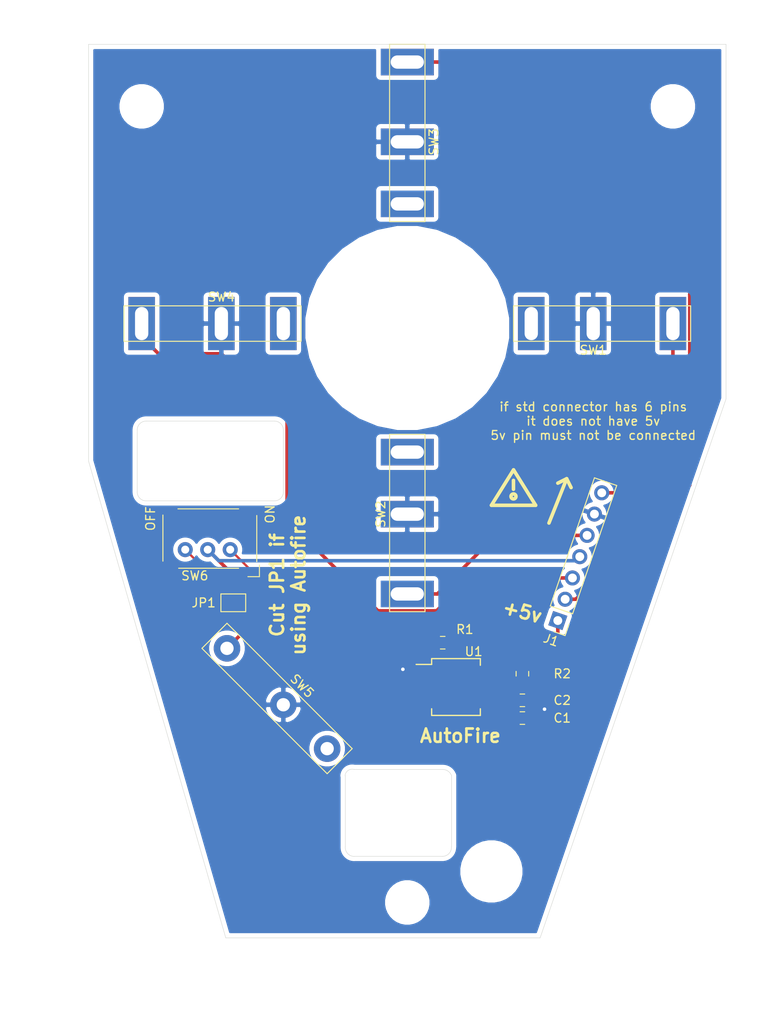
<source format=kicad_pcb>
(kicad_pcb (version 20171130) (host pcbnew "(5.1.5)-3")

  (general
    (thickness 1.6)
    (drawings 38)
    (tracks 76)
    (zones 0)
    (modules 18)
    (nets 18)
  )

  (page A4)
  (layers
    (0 F.Cu signal)
    (31 B.Cu signal)
    (32 B.Adhes user)
    (33 F.Adhes user)
    (34 B.Paste user)
    (35 F.Paste user)
    (36 B.SilkS user)
    (37 F.SilkS user)
    (38 B.Mask user)
    (39 F.Mask user)
    (40 Dwgs.User user)
    (41 Cmts.User user)
    (42 Eco1.User user)
    (43 Eco2.User user)
    (44 Edge.Cuts user)
    (45 Margin user)
    (46 B.CrtYd user)
    (47 F.CrtYd user)
    (48 B.Fab user)
    (49 F.Fab user)
  )

  (setup
    (last_trace_width 0.4)
    (trace_clearance 0.2)
    (zone_clearance 0.508)
    (zone_45_only no)
    (trace_min 0.2)
    (via_size 0.8)
    (via_drill 0.4)
    (via_min_size 0.4)
    (via_min_drill 0.3)
    (uvia_size 0.3)
    (uvia_drill 0.1)
    (uvias_allowed no)
    (uvia_min_size 0.2)
    (uvia_min_drill 0.1)
    (edge_width 0.05)
    (segment_width 0.2)
    (pcb_text_width 0.3)
    (pcb_text_size 1.5 1.5)
    (mod_edge_width 0.12)
    (mod_text_size 1 1)
    (mod_text_width 0.15)
    (pad_size 4 4)
    (pad_drill 4)
    (pad_to_mask_clearance 0.051)
    (solder_mask_min_width 0.25)
    (aux_axis_origin 0 0)
    (visible_elements 7FFFFFFF)
    (pcbplotparams
      (layerselection 0x010fc_ffffffff)
      (usegerberextensions false)
      (usegerberattributes false)
      (usegerberadvancedattributes false)
      (creategerberjobfile false)
      (excludeedgelayer true)
      (linewidth 0.100000)
      (plotframeref false)
      (viasonmask false)
      (mode 1)
      (useauxorigin false)
      (hpglpennumber 1)
      (hpglpenspeed 20)
      (hpglpendiameter 15.000000)
      (psnegative false)
      (psa4output false)
      (plotreference true)
      (plotvalue true)
      (plotinvisibletext false)
      (padsonsilk false)
      (subtractmaskfromsilk false)
      (outputformat 1)
      (mirror false)
      (drillshape 0)
      (scaleselection 1)
      (outputdirectory "../reArcade/"))
  )

  (net 0 "")
  (net 1 GND)
  (net 2 "Net-(C1-Pad1)")
  (net 3 "Net-(C2-Pad1)")
  (net 4 "Net-(JP1-Pad2)")
  (net 5 "Net-(R1-Pad1)")
  (net 6 +5V)
  (net 7 "Net-(SW1-Pad1)")
  (net 8 "Net-(SW2-Pad1)")
  (net 9 "Net-(SW3-Pad1)")
  (net 10 "Net-(SW4-Pad1)")
  (net 11 "Net-(SW5-Pad1)")
  (net 12 "Net-(SW6-Pad1)")
  (net 13 /Left)
  (net 14 /Up)
  (net 15 /Fire)
  (net 16 /Right)
  (net 17 /Down)

  (net_class Default "This is the default net class."
    (clearance 0.2)
    (trace_width 0.4)
    (via_dia 0.8)
    (via_drill 0.4)
    (uvia_dia 0.3)
    (uvia_drill 0.1)
    (add_net +5V)
    (add_net /Down)
    (add_net /Fire)
    (add_net /Left)
    (add_net /Right)
    (add_net /Up)
    (add_net GND)
  )

  (net_class Autofire ""
    (clearance 0.2)
    (trace_width 0.25)
    (via_dia 0.8)
    (via_drill 0.4)
    (uvia_dia 0.3)
    (uvia_drill 0.1)
    (add_net "Net-(C1-Pad1)")
    (add_net "Net-(C2-Pad1)")
    (add_net "Net-(JP1-Pad2)")
    (add_net "Net-(R1-Pad1)")
    (add_net "Net-(SW1-Pad1)")
    (add_net "Net-(SW2-Pad1)")
    (add_net "Net-(SW3-Pad1)")
    (add_net "Net-(SW4-Pad1)")
    (add_net "Net-(SW5-Pad1)")
    (add_net "Net-(SW6-Pad1)")
  )

  (module Microswitch-no-nc-c-wire:MountingHole_22mm (layer F.Cu) (tedit 5E78C393) (tstamp 5E78E6ED)
    (at 36 32)
    (descr "Mounting Hole 2.7mm, no annular, M2.5")
    (tags "mounting hole 2.7mm no annular m2.5")
    (attr virtual)
    (fp_text reference REF** (at -4.075 -12.175) (layer F.SilkS) hide
      (effects (font (size 1 1) (thickness 0.15)))
    )
    (fp_text value MountingHole_22mm (at 0.25 13) (layer F.Fab)
      (effects (font (size 1 1) (thickness 0.15)))
    )
    (fp_circle (center 0 0) (end 11.7 0) (layer F.CrtYd) (width 0.05))
    (fp_circle (center 0 0) (end 11.5 0) (layer Cmts.User) (width 0.15))
    (fp_text user %R (at 3.675 -12.45) (layer F.Fab)
      (effects (font (size 1 1) (thickness 0.15)))
    )
    (pad "" np_thru_hole circle (at 0 0) (size 22 22) (drill 22) (layers *.Cu *.Mask))
  )

  (module MountingHole:MountingHole_6mm locked (layer F.Cu) (tedit 56D1B4CB) (tstamp 5E78E649)
    (at 45.5 93.3)
    (descr "Mounting Hole 6mm, no annular")
    (tags "mounting hole 6mm no annular")
    (attr virtual)
    (fp_text reference REF** (at 0 -7) (layer F.SilkS) hide
      (effects (font (size 1 1) (thickness 0.15)))
    )
    (fp_text value MountingHole_6mm (at 0 7) (layer F.Fab)
      (effects (font (size 1 1) (thickness 0.15)))
    )
    (fp_circle (center 0 0) (end 6.25 0) (layer F.CrtYd) (width 0.05))
    (fp_circle (center 0 0) (end 6 0) (layer Cmts.User) (width 0.15))
    (fp_text user %R (at 0.3 0) (layer F.Fab)
      (effects (font (size 1 1) (thickness 0.15)))
    )
    (pad 1 np_thru_hole circle (at 0 0) (size 6 6) (drill 6) (layers *.Cu *.Mask))
  )

  (module MountingHole:MountingHole_4mm locked (layer F.Cu) (tedit 56D1B4CB) (tstamp 5E78E605)
    (at 36 96.8)
    (descr "Mounting Hole 4mm, no annular")
    (tags "mounting hole 4mm no annular")
    (attr virtual)
    (fp_text reference REF** (at 0 -5) (layer F.SilkS) hide
      (effects (font (size 1 1) (thickness 0.15)))
    )
    (fp_text value MountingHole_4mm (at 0 5) (layer F.Fab)
      (effects (font (size 1 1) (thickness 0.15)))
    )
    (fp_circle (center 0 0) (end 4.25 0) (layer F.CrtYd) (width 0.05))
    (fp_circle (center 0 0) (end 4 0) (layer Cmts.User) (width 0.15))
    (fp_text user %R (at 0.3 0) (layer F.Fab)
      (effects (font (size 1 1) (thickness 0.15)))
    )
    (pad 1 np_thru_hole circle (at 0 0) (size 4 4) (drill 4) (layers *.Cu *.Mask))
  )

  (module MountingHole:MountingHole_4mm locked (layer F.Cu) (tedit 56D1B4CB) (tstamp 5E78E5B1)
    (at 66 7)
    (descr "Mounting Hole 4mm, no annular")
    (tags "mounting hole 4mm no annular")
    (attr virtual)
    (fp_text reference REF** (at 0 -5) (layer F.SilkS) hide
      (effects (font (size 1 1) (thickness 0.15)))
    )
    (fp_text value MountingHole_4mm (at 0 1) (layer F.Fab)
      (effects (font (size 1 1) (thickness 0.15)))
    )
    (fp_circle (center 0 0) (end 4.25 0) (layer F.CrtYd) (width 0.05))
    (fp_circle (center 0 0) (end 4 0) (layer Cmts.User) (width 0.15))
    (fp_text user %R (at 0.3 0) (layer F.Fab)
      (effects (font (size 1 1) (thickness 0.15)))
    )
    (pad 1 np_thru_hole circle (at 0 0) (size 4 4) (drill 4) (layers *.Cu *.Mask))
  )

  (module MountingHole:MountingHole_4mm locked (layer F.Cu) (tedit 56D1B4CB) (tstamp 5E78E553)
    (at 6 7)
    (descr "Mounting Hole 4mm, no annular")
    (tags "mounting hole 4mm no annular")
    (attr virtual)
    (fp_text reference REF** (at 0 -5) (layer F.SilkS) hide
      (effects (font (size 1 1) (thickness 0.15)))
    )
    (fp_text value MountingHole_4mm (at 0 5) (layer F.Fab)
      (effects (font (size 1 1) (thickness 0.15)))
    )
    (fp_circle (center 0 0) (end 4.25 0) (layer F.CrtYd) (width 0.05))
    (fp_circle (center 0 0) (end 4 0) (layer Cmts.User) (width 0.15))
    (fp_text user %R (at 0.3 0) (layer F.Fab)
      (effects (font (size 1 1) (thickness 0.15)))
    )
    (pad 1 np_thru_hole circle (at 0 0) (size 4 4) (drill 4) (layers *.Cu *.Mask))
  )

  (module Jumper:SolderJumper-2_P1.3mm_Bridged_Pad1.0x1.5mm (layer F.Cu) (tedit 5C756AB2) (tstamp 5E78CC29)
    (at 16.35 63 180)
    (descr "SMD Solder Jumper, 1x1.5mm Pads, 0.3mm gap, bridged with 1 copper strip")
    (tags "solder jumper open")
    (path /5E7A3F84)
    (attr virtual)
    (fp_text reference JP1 (at 3.35 0) (layer F.SilkS)
      (effects (font (size 1 1) (thickness 0.15)))
    )
    (fp_text value SolderJumper_2_Bridged (at 0 1.9) (layer F.Fab)
      (effects (font (size 1 1) (thickness 0.15)))
    )
    (fp_line (start -1.4 1) (end -1.4 -1) (layer F.SilkS) (width 0.12))
    (fp_line (start 1.4 1) (end -1.4 1) (layer F.SilkS) (width 0.12))
    (fp_line (start 1.4 -1) (end 1.4 1) (layer F.SilkS) (width 0.12))
    (fp_line (start -1.4 -1) (end 1.4 -1) (layer F.SilkS) (width 0.12))
    (fp_line (start -1.65 -1.25) (end 1.65 -1.25) (layer F.CrtYd) (width 0.05))
    (fp_line (start -1.65 -1.25) (end -1.65 1.25) (layer F.CrtYd) (width 0.05))
    (fp_line (start 1.65 1.25) (end 1.65 -1.25) (layer F.CrtYd) (width 0.05))
    (fp_line (start 1.65 1.25) (end -1.65 1.25) (layer F.CrtYd) (width 0.05))
    (fp_poly (pts (xy -0.25 -0.3) (xy 0.25 -0.3) (xy 0.25 0.3) (xy -0.25 0.3)) (layer F.Cu) (width 0))
    (pad 1 smd rect (at -0.65 0 180) (size 1 1.5) (layers F.Cu F.Mask)
      (net 15 /Fire))
    (pad 2 smd rect (at 0.65 0 180) (size 1 1.5) (layers F.Cu F.Mask)
      (net 4 "Net-(JP1-Pad2)"))
  )

  (module Microswitch-no-nc-c-wire:SW_E-Switch_SS12D00G3_SPDT_Angled (layer F.Cu) (tedit 5E78BB45) (tstamp 5E78CCB4)
    (at 16 57 180)
    (descr "E-Switch slide switch, EG series, SPDT, right angle, http://spec_sheets.e-switch.com/specs/P040042.pdf")
    (tags "switch SPDT")
    (path /5E7A22C9)
    (fp_text reference SW6 (at 4 -2.95) (layer F.SilkS)
      (effects (font (size 1 1) (thickness 0.15)))
    )
    (fp_text value SW_SPDT (at 4 14.45) (layer F.Fab)
      (effects (font (size 1 1) (thickness 0.15)))
    )
    (fp_line (start -1.9 -2) (end 7.475 -2) (layer F.Fab) (width 0.1))
    (fp_line (start 7.475 -2) (end 7.475 4.5) (layer F.Fab) (width 0.1))
    (fp_line (start 7.475 4.5) (end -2.9 4.5) (layer F.Fab) (width 0.1))
    (fp_line (start -2.9 4.5) (end -2.9 -1) (layer F.Fab) (width 0.1))
    (fp_line (start 2.45 4.5) (end 2.45 13.5) (layer F.Fab) (width 0.1))
    (fp_line (start 2.45 13.5) (end -0.5 13.5) (layer F.Fab) (width 0.1))
    (fp_line (start -0.5 13.5) (end -0.5 4.5) (layer F.Fab) (width 0.1))
    (fp_text user %R (at 4 1.25) (layer F.Fab)
      (effects (font (size 1 1) (thickness 0.1)))
    )
    (fp_line (start 7.6 -1.3) (end 7.6 3.9) (layer F.SilkS) (width 0.12))
    (fp_line (start -3 3.85) (end -3 -1.35) (layer F.SilkS) (width 0.12))
    (fp_line (start -0.95 -2.1) (end 5.825 -2.1) (layer F.SilkS) (width 0.12))
    (fp_line (start 5.9 4.6) (end -0.95 4.6) (layer F.SilkS) (width 0.12))
    (fp_line (start -3.25 -3) (end 7.9 -3) (layer F.CrtYd) (width 0.05))
    (fp_line (start 7.9 -3) (end 7.9 5.5) (layer F.CrtYd) (width 0.05))
    (fp_line (start 7.9 5.525) (end 5.4 5.525) (layer F.CrtYd) (width 0.05))
    (fp_line (start 5.425 5.5) (end 5.425 13.75) (layer F.CrtYd) (width 0.05))
    (fp_line (start 5.425 13.75) (end -0.75 13.75) (layer F.CrtYd) (width 0.05))
    (fp_line (start -0.75 13.75) (end -0.75 5.5) (layer F.CrtYd) (width 0.05))
    (fp_line (start -0.75 5.5) (end -3.25 5.5) (layer F.CrtYd) (width 0.05))
    (fp_line (start -3.25 5.5) (end -3.25 -3) (layer F.CrtYd) (width 0.05))
    (fp_line (start -1.9 -2) (end -2.9 -1) (layer F.Fab) (width 0.1))
    (fp_line (start -3.3 -1.75) (end -3.3 -3.05) (layer F.SilkS) (width 0.12))
    (fp_line (start -3.3 -3.05) (end -2 -3.05) (layer F.SilkS) (width 0.12))
    (pad 3 thru_hole circle (at 5.08 0 180) (size 1.7 1.7) (drill 0.9) (layers *.Cu *.Mask)
      (net 4 "Net-(JP1-Pad2)"))
    (pad 2 thru_hole circle (at 2.54 0 180) (size 1.7 1.7) (drill 0.9) (layers *.Cu *.Mask)
      (net 15 /Fire))
    (pad 1 thru_hole circle (at 0 0 180) (size 1.7 1.7) (drill 0.9) (layers *.Cu *.Mask)
      (net 12 "Net-(SW6-Pad1)"))
    (model ${KISYS3DMOD}/Button_Switch_THT.3dshapes/SW_E-Switch_EG1224_SPDT_Angled.wrl
      (at (xyz 0 0 0))
      (scale (xyz 1 1 1))
      (rotate (xyz 0 0 0))
    )
  )

  (module Connector_PinHeader_2.54mm:PinHeader_1x07_P2.54mm_Vertical (layer F.Cu) (tedit 59FED5CC) (tstamp 5E78DBC4)
    (at 53 65 161)
    (descr "Through hole straight pin header, 1x07, 2.54mm pitch, single row")
    (tags "Through hole pin header THT 1x07 2.54mm single row")
    (path /5E7F55CC)
    (fp_text reference J1 (at 0 -2.33 161) (layer F.SilkS)
      (effects (font (size 1 1) (thickness 0.15)))
    )
    (fp_text value Conn_01x07_Male (at 0 17.57 161) (layer F.Fab)
      (effects (font (size 1 1) (thickness 0.15)))
    )
    (fp_text user %R (at 0 7.62 71) (layer F.Fab)
      (effects (font (size 1 1) (thickness 0.15)))
    )
    (fp_line (start 1.8 -1.8) (end -1.8 -1.8) (layer F.CrtYd) (width 0.05))
    (fp_line (start 1.8 17.05) (end 1.8 -1.8) (layer F.CrtYd) (width 0.05))
    (fp_line (start -1.8 17.05) (end 1.8 17.05) (layer F.CrtYd) (width 0.05))
    (fp_line (start -1.8 -1.8) (end -1.8 17.05) (layer F.CrtYd) (width 0.05))
    (fp_line (start -1.33 -1.33) (end 0 -1.33) (layer F.SilkS) (width 0.12))
    (fp_line (start -1.33 0) (end -1.33 -1.33) (layer F.SilkS) (width 0.12))
    (fp_line (start -1.33 1.27) (end 1.33 1.27) (layer F.SilkS) (width 0.12))
    (fp_line (start 1.33 1.27) (end 1.33 16.57) (layer F.SilkS) (width 0.12))
    (fp_line (start -1.33 1.27) (end -1.33 16.57) (layer F.SilkS) (width 0.12))
    (fp_line (start -1.33 16.57) (end 1.33 16.57) (layer F.SilkS) (width 0.12))
    (fp_line (start -1.27 -0.635) (end -0.635 -1.27) (layer F.Fab) (width 0.1))
    (fp_line (start -1.27 16.51) (end -1.27 -0.635) (layer F.Fab) (width 0.1))
    (fp_line (start 1.27 16.51) (end -1.27 16.51) (layer F.Fab) (width 0.1))
    (fp_line (start 1.27 -1.27) (end 1.27 16.51) (layer F.Fab) (width 0.1))
    (fp_line (start -0.635 -1.27) (end 1.27 -1.27) (layer F.Fab) (width 0.1))
    (pad 7 thru_hole oval (at 0 15.24 161) (size 1.7 1.7) (drill 1) (layers *.Cu *.Mask)
      (net 13 /Left))
    (pad 6 thru_hole oval (at 0 12.7 161) (size 1.7 1.7) (drill 1) (layers *.Cu *.Mask)
      (net 1 GND))
    (pad 5 thru_hole oval (at 0 10.16 161) (size 1.7 1.7) (drill 1) (layers *.Cu *.Mask)
      (net 14 /Up))
    (pad 4 thru_hole oval (at 0 7.62 161) (size 1.7 1.7) (drill 1) (layers *.Cu *.Mask)
      (net 15 /Fire))
    (pad 3 thru_hole oval (at 0 5.08 161) (size 1.7 1.7) (drill 1) (layers *.Cu *.Mask)
      (net 16 /Right))
    (pad 2 thru_hole oval (at 0 2.54 161) (size 1.7 1.7) (drill 1) (layers *.Cu *.Mask)
      (net 17 /Down))
    (pad 1 thru_hole rect (at 0 0 161) (size 1.7 1.7) (drill 1) (layers *.Cu *.Mask)
      (net 6 +5V))
    (model ${KISYS3DMOD}/Connector_PinHeader_2.54mm.3dshapes/PinHeader_1x07_P2.54mm_Vertical.wrl
      (at (xyz 0 0 0))
      (scale (xyz 1 1 1))
      (rotate (xyz 0 0 0))
    )
  )

  (module Package_SOIC:SO-8_5.3x6.2mm_Pitch1.27mm (layer F.Cu) (tedit 59920130) (tstamp 5E78DCB4)
    (at 41.5 72.5)
    (descr "8-Lead Plastic Small Outline, 5.3x6.2mm Body (http://www.ti.com.cn/cn/lit/ds/symlink/tl7705a.pdf)")
    (tags "SOIC 1.27")
    (path /5E799CA6)
    (attr smd)
    (fp_text reference U1 (at 2 -4) (layer F.SilkS)
      (effects (font (size 1 1) (thickness 0.15)))
    )
    (fp_text value NE555 (at 0 4.13) (layer F.Fab)
      (effects (font (size 1 1) (thickness 0.15)))
    )
    (fp_line (start -2.75 -2.55) (end -4.5 -2.55) (layer F.SilkS) (width 0.15))
    (fp_line (start -2.75 3.205) (end 2.75 3.205) (layer F.SilkS) (width 0.15))
    (fp_line (start -2.75 -3.205) (end 2.75 -3.205) (layer F.SilkS) (width 0.15))
    (fp_line (start -2.75 3.205) (end -2.75 2.455) (layer F.SilkS) (width 0.15))
    (fp_line (start 2.75 3.205) (end 2.75 2.455) (layer F.SilkS) (width 0.15))
    (fp_line (start 2.75 -3.205) (end 2.75 -2.455) (layer F.SilkS) (width 0.15))
    (fp_line (start -2.75 -3.205) (end -2.75 -2.55) (layer F.SilkS) (width 0.15))
    (fp_line (start -4.83 3.35) (end 4.83 3.35) (layer F.CrtYd) (width 0.05))
    (fp_line (start -4.83 -3.35) (end 4.83 -3.35) (layer F.CrtYd) (width 0.05))
    (fp_line (start 4.83 -3.35) (end 4.83 3.35) (layer F.CrtYd) (width 0.05))
    (fp_line (start -4.83 -3.35) (end -4.83 3.35) (layer F.CrtYd) (width 0.05))
    (fp_line (start -2.65 -2.1) (end -1.65 -3.1) (layer F.Fab) (width 0.15))
    (fp_line (start -2.65 3.1) (end -2.65 -2.1) (layer F.Fab) (width 0.15))
    (fp_line (start 2.65 3.1) (end -2.65 3.1) (layer F.Fab) (width 0.15))
    (fp_line (start 2.65 -3.1) (end 2.65 3.1) (layer F.Fab) (width 0.15))
    (fp_line (start -1.65 -3.1) (end 2.65 -3.1) (layer F.Fab) (width 0.15))
    (fp_text user %R (at 0 0) (layer F.Fab)
      (effects (font (size 1 1) (thickness 0.15)))
    )
    (pad 8 smd rect (at 3.7 -1.905) (size 1.75 0.55) (layers F.Cu F.Paste F.Mask)
      (net 6 +5V))
    (pad 7 smd rect (at 3.7 -0.635) (size 1.75 0.55) (layers F.Cu F.Paste F.Mask)
      (net 5 "Net-(R1-Pad1)"))
    (pad 6 smd rect (at 3.7 0.635) (size 1.75 0.55) (layers F.Cu F.Paste F.Mask)
      (net 3 "Net-(C2-Pad1)"))
    (pad 5 smd rect (at 3.7 1.905) (size 1.75 0.55) (layers F.Cu F.Paste F.Mask)
      (net 2 "Net-(C1-Pad1)"))
    (pad 4 smd rect (at -3.7 1.905) (size 1.75 0.55) (layers F.Cu F.Paste F.Mask)
      (net 6 +5V))
    (pad 3 smd rect (at -3.7 0.635) (size 1.75 0.55) (layers F.Cu F.Paste F.Mask)
      (net 12 "Net-(SW6-Pad1)"))
    (pad 2 smd rect (at -3.7 -0.635) (size 1.75 0.55) (layers F.Cu F.Paste F.Mask)
      (net 3 "Net-(C2-Pad1)"))
    (pad 1 smd rect (at -3.7 -1.905) (size 1.75 0.55) (layers F.Cu F.Paste F.Mask)
      (net 1 GND))
    (model ${KISYS3DMOD}/Housings_SOIC.3dshapes/SO-8_5.3x6.2mm_Pitch1.27mm.wrl
      (at (xyz 0 0 0))
      (scale (xyz 1 1 1))
      (rotate (xyz 0 0 0))
    )
  )

  (module Microswitch-no-nc-c-wire:Microswitch-nc-no-c-pcb (layer F.Cu) (tedit 5E78B84B) (tstamp 5E78CC96)
    (at 22 74.5 135)
    (path /5E789ADC)
    (fp_text reference SW5 (at 0 3 135) (layer F.SilkS)
      (effects (font (size 1 1) (thickness 0.15)))
    )
    (fp_text value FIRE (at 0 -3 135) (layer F.Fab)
      (effects (font (size 1 1) (thickness 0.15)))
    )
    (fp_line (start -8.75 1.75) (end -8.75 -1.75) (layer F.CrtYd) (width 0.05))
    (fp_line (start 10.75 1.75) (end -8.75 1.75) (layer F.CrtYd) (width 0.05))
    (fp_line (start 10.75 -1.75) (end 10.75 1.75) (layer F.CrtYd) (width 0.05))
    (fp_line (start -8.75 -1.75) (end 10.75 -1.75) (layer F.CrtYd) (width 0.05))
    (fp_line (start -9 2) (end -9 -2) (layer F.SilkS) (width 0.12))
    (fp_line (start 11 2) (end -9 2) (layer F.SilkS) (width 0.12))
    (fp_line (start 11 -2) (end 11 2) (layer F.SilkS) (width 0.12))
    (fp_line (start -9 -2) (end 11 -2) (layer F.SilkS) (width 0.12))
    (pad 2 thru_hole circle (at 9 0 135) (size 3 3) (drill 1.5) (layers *.Cu *.Mask)
      (net 4 "Net-(JP1-Pad2)"))
    (pad 3 thru_hole circle (at 0 0 135) (size 3 3) (drill 1.5) (layers *.Cu *.Mask)
      (net 1 GND))
    (pad 1 thru_hole circle (at -7 0 135) (size 3 3) (drill 1.5) (layers *.Cu *.Mask)
      (net 11 "Net-(SW5-Pad1)"))
  )

  (module Microswitch-no-nc-c-wire:Microswitch-no-nc-c-wire (layer F.Cu) (tedit 5E78AD5E) (tstamp 5E78D37B)
    (at 15 31.5 180)
    (path /5E787DA9)
    (fp_text reference SW4 (at 0 3) (layer F.SilkS)
      (effects (font (size 1 1) (thickness 0.15)))
    )
    (fp_text value RIGHT (at 0 -3) (layer F.Fab)
      (effects (font (size 1 1) (thickness 0.15)))
    )
    (fp_line (start -8.75 1.75) (end -8.75 -1.75) (layer F.CrtYd) (width 0.05))
    (fp_line (start 10.75 1.75) (end -8.75 1.75) (layer F.CrtYd) (width 0.05))
    (fp_line (start 10.75 -1.75) (end 10.75 1.75) (layer F.CrtYd) (width 0.05))
    (fp_line (start -8.75 -1.75) (end 10.75 -1.75) (layer F.CrtYd) (width 0.05))
    (fp_line (start -9 2) (end -9 -2) (layer F.SilkS) (width 0.12))
    (fp_line (start 11 2) (end -9 2) (layer F.SilkS) (width 0.12))
    (fp_line (start 11 -2) (end 11 2) (layer F.SilkS) (width 0.12))
    (fp_line (start -9 -2) (end 11 -2) (layer F.SilkS) (width 0.12))
    (pad 2 thru_hole rect (at 9 0 180) (size 3 6) (drill oval 1.5 3.75) (layers *.Cu *.Mask)
      (net 16 /Right))
    (pad 3 thru_hole rect (at 0 0 180) (size 3 6) (drill oval 1.5 3.75) (layers *.Cu *.Mask)
      (net 1 GND))
    (pad 1 thru_hole rect (at -7 0 180) (size 3 6) (drill oval 1.5 3.75) (layers *.Cu *.Mask)
      (net 10 "Net-(SW4-Pad1)"))
  )

  (module Microswitch-no-nc-c-wire:Microswitch-no-nc-c-wire (layer F.Cu) (tedit 5E78AD5E) (tstamp 5E78D3F0)
    (at 36 11 90)
    (path /5E78818F)
    (fp_text reference SW3 (at 0 3 90) (layer F.SilkS)
      (effects (font (size 1 1) (thickness 0.15)))
    )
    (fp_text value DOWN (at 0 -3 90) (layer F.Fab)
      (effects (font (size 1 1) (thickness 0.15)))
    )
    (fp_line (start -8.75 1.75) (end -8.75 -1.75) (layer F.CrtYd) (width 0.05))
    (fp_line (start 10.75 1.75) (end -8.75 1.75) (layer F.CrtYd) (width 0.05))
    (fp_line (start 10.75 -1.75) (end 10.75 1.75) (layer F.CrtYd) (width 0.05))
    (fp_line (start -8.75 -1.75) (end 10.75 -1.75) (layer F.CrtYd) (width 0.05))
    (fp_line (start -9 2) (end -9 -2) (layer F.SilkS) (width 0.12))
    (fp_line (start 11 2) (end -9 2) (layer F.SilkS) (width 0.12))
    (fp_line (start 11 -2) (end 11 2) (layer F.SilkS) (width 0.12))
    (fp_line (start -9 -2) (end 11 -2) (layer F.SilkS) (width 0.12))
    (pad 2 thru_hole rect (at 9 0 90) (size 3 6) (drill oval 1.5 3.75) (layers *.Cu *.Mask)
      (net 17 /Down))
    (pad 3 thru_hole rect (at 0 0 90) (size 3 6) (drill oval 1.5 3.75) (layers *.Cu *.Mask)
      (net 1 GND))
    (pad 1 thru_hole rect (at -7 0 90) (size 3 6) (drill oval 1.5 3.75) (layers *.Cu *.Mask)
      (net 9 "Net-(SW3-Pad1)"))
  )

  (module Microswitch-no-nc-c-wire:Microswitch-no-nc-c-wire (layer F.Cu) (tedit 5E78AD5E) (tstamp 5E78CC69)
    (at 36 53 270)
    (path /5E7871A7)
    (fp_text reference SW2 (at 0 3 90) (layer F.SilkS)
      (effects (font (size 1 1) (thickness 0.15)))
    )
    (fp_text value UP (at 0 -3 90) (layer F.Fab)
      (effects (font (size 1 1) (thickness 0.15)))
    )
    (fp_line (start -8.75 1.75) (end -8.75 -1.75) (layer F.CrtYd) (width 0.05))
    (fp_line (start 10.75 1.75) (end -8.75 1.75) (layer F.CrtYd) (width 0.05))
    (fp_line (start 10.75 -1.75) (end 10.75 1.75) (layer F.CrtYd) (width 0.05))
    (fp_line (start -8.75 -1.75) (end 10.75 -1.75) (layer F.CrtYd) (width 0.05))
    (fp_line (start -9 2) (end -9 -2) (layer F.SilkS) (width 0.12))
    (fp_line (start 11 2) (end -9 2) (layer F.SilkS) (width 0.12))
    (fp_line (start 11 -2) (end 11 2) (layer F.SilkS) (width 0.12))
    (fp_line (start -9 -2) (end 11 -2) (layer F.SilkS) (width 0.12))
    (pad 2 thru_hole rect (at 9 0 270) (size 3 6) (drill oval 1.5 3.75) (layers *.Cu *.Mask)
      (net 14 /Up))
    (pad 3 thru_hole rect (at 0 0 270) (size 3 6) (drill oval 1.5 3.75) (layers *.Cu *.Mask)
      (net 1 GND))
    (pad 1 thru_hole rect (at -7 0 270) (size 3 6) (drill oval 1.5 3.75) (layers *.Cu *.Mask)
      (net 8 "Net-(SW2-Pad1)"))
  )

  (module Microswitch-no-nc-c-wire:Microswitch-no-nc-c-wire (layer F.Cu) (tedit 5E78AD5E) (tstamp 5E78CC5A)
    (at 57 31.5)
    (path /5E788E38)
    (fp_text reference SW1 (at 0 3) (layer F.SilkS)
      (effects (font (size 1 1) (thickness 0.15)))
    )
    (fp_text value LEFT (at 0 -3) (layer F.Fab)
      (effects (font (size 1 1) (thickness 0.15)))
    )
    (fp_line (start -8.75 1.75) (end -8.75 -1.75) (layer F.CrtYd) (width 0.05))
    (fp_line (start 10.75 1.75) (end -8.75 1.75) (layer F.CrtYd) (width 0.05))
    (fp_line (start 10.75 -1.75) (end 10.75 1.75) (layer F.CrtYd) (width 0.05))
    (fp_line (start -8.75 -1.75) (end 10.75 -1.75) (layer F.CrtYd) (width 0.05))
    (fp_line (start -9 2) (end -9 -2) (layer F.SilkS) (width 0.12))
    (fp_line (start 11 2) (end -9 2) (layer F.SilkS) (width 0.12))
    (fp_line (start 11 -2) (end 11 2) (layer F.SilkS) (width 0.12))
    (fp_line (start -9 -2) (end 11 -2) (layer F.SilkS) (width 0.12))
    (pad 2 thru_hole rect (at 9 0) (size 3 6) (drill oval 1.5 3.75) (layers *.Cu *.Mask)
      (net 13 /Left))
    (pad 3 thru_hole rect (at 0 0) (size 3 6) (drill oval 1.5 3.75) (layers *.Cu *.Mask)
      (net 1 GND))
    (pad 1 thru_hole rect (at -7 0) (size 3 6) (drill oval 1.5 3.75) (layers *.Cu *.Mask)
      (net 7 "Net-(SW1-Pad1)"))
  )

  (module Resistor_SMD:R_0805_2012Metric_Pad1.15x1.40mm_HandSolder (layer F.Cu) (tedit 5B36C52B) (tstamp 5E78DDBD)
    (at 49 71 90)
    (descr "Resistor SMD 0805 (2012 Metric), square (rectangular) end terminal, IPC_7351 nominal with elongated pad for handsoldering. (Body size source: https://docs.google.com/spreadsheets/d/1BsfQQcO9C6DZCsRaXUlFlo91Tg2WpOkGARC1WS5S8t0/edit?usp=sharing), generated with kicad-footprint-generator")
    (tags "resistor handsolder")
    (path /5E7AA08A)
    (attr smd)
    (fp_text reference R2 (at 0 4.5) (layer F.SilkS)
      (effects (font (size 1 1) (thickness 0.15)))
    )
    (fp_text value 4k7 (at 0 1.65 90) (layer F.Fab)
      (effects (font (size 1 1) (thickness 0.15)))
    )
    (fp_text user %R (at 0 0 90) (layer F.Fab)
      (effects (font (size 0.5 0.5) (thickness 0.08)))
    )
    (fp_line (start 1.85 0.95) (end -1.85 0.95) (layer F.CrtYd) (width 0.05))
    (fp_line (start 1.85 -0.95) (end 1.85 0.95) (layer F.CrtYd) (width 0.05))
    (fp_line (start -1.85 -0.95) (end 1.85 -0.95) (layer F.CrtYd) (width 0.05))
    (fp_line (start -1.85 0.95) (end -1.85 -0.95) (layer F.CrtYd) (width 0.05))
    (fp_line (start -0.261252 0.71) (end 0.261252 0.71) (layer F.SilkS) (width 0.12))
    (fp_line (start -0.261252 -0.71) (end 0.261252 -0.71) (layer F.SilkS) (width 0.12))
    (fp_line (start 1 0.6) (end -1 0.6) (layer F.Fab) (width 0.1))
    (fp_line (start 1 -0.6) (end 1 0.6) (layer F.Fab) (width 0.1))
    (fp_line (start -1 -0.6) (end 1 -0.6) (layer F.Fab) (width 0.1))
    (fp_line (start -1 0.6) (end -1 -0.6) (layer F.Fab) (width 0.1))
    (pad 2 smd roundrect (at 1.025 0 90) (size 1.15 1.4) (layers F.Cu F.Paste F.Mask) (roundrect_rratio 0.217391)
      (net 6 +5V))
    (pad 1 smd roundrect (at -1.025 0 90) (size 1.15 1.4) (layers F.Cu F.Paste F.Mask) (roundrect_rratio 0.217391)
      (net 5 "Net-(R1-Pad1)"))
    (model ${KISYS3DMOD}/Resistor_SMD.3dshapes/R_0805_2012Metric.wrl
      (at (xyz 0 0 0))
      (scale (xyz 1 1 1))
      (rotate (xyz 0 0 0))
    )
  )

  (module Resistor_SMD:R_0805_2012Metric_Pad1.15x1.40mm_HandSolder (layer F.Cu) (tedit 5B36C52B) (tstamp 5E78F423)
    (at 40 67.5 180)
    (descr "Resistor SMD 0805 (2012 Metric), square (rectangular) end terminal, IPC_7351 nominal with elongated pad for handsoldering. (Body size source: https://docs.google.com/spreadsheets/d/1BsfQQcO9C6DZCsRaXUlFlo91Tg2WpOkGARC1WS5S8t0/edit?usp=sharing), generated with kicad-footprint-generator")
    (tags "resistor handsolder")
    (path /5E7A964F)
    (attr smd)
    (fp_text reference R1 (at -2.5 1.5) (layer F.SilkS)
      (effects (font (size 1 1) (thickness 0.15)))
    )
    (fp_text value 33k (at 0 1.65) (layer F.Fab)
      (effects (font (size 1 1) (thickness 0.15)))
    )
    (fp_text user %R (at 0 0) (layer F.Fab)
      (effects (font (size 0.5 0.5) (thickness 0.08)))
    )
    (fp_line (start 1.85 0.95) (end -1.85 0.95) (layer F.CrtYd) (width 0.05))
    (fp_line (start 1.85 -0.95) (end 1.85 0.95) (layer F.CrtYd) (width 0.05))
    (fp_line (start -1.85 -0.95) (end 1.85 -0.95) (layer F.CrtYd) (width 0.05))
    (fp_line (start -1.85 0.95) (end -1.85 -0.95) (layer F.CrtYd) (width 0.05))
    (fp_line (start -0.261252 0.71) (end 0.261252 0.71) (layer F.SilkS) (width 0.12))
    (fp_line (start -0.261252 -0.71) (end 0.261252 -0.71) (layer F.SilkS) (width 0.12))
    (fp_line (start 1 0.6) (end -1 0.6) (layer F.Fab) (width 0.1))
    (fp_line (start 1 -0.6) (end 1 0.6) (layer F.Fab) (width 0.1))
    (fp_line (start -1 -0.6) (end 1 -0.6) (layer F.Fab) (width 0.1))
    (fp_line (start -1 0.6) (end -1 -0.6) (layer F.Fab) (width 0.1))
    (pad 2 smd roundrect (at 1.025 0 180) (size 1.15 1.4) (layers F.Cu F.Paste F.Mask) (roundrect_rratio 0.217391)
      (net 3 "Net-(C2-Pad1)"))
    (pad 1 smd roundrect (at -1.025 0 180) (size 1.15 1.4) (layers F.Cu F.Paste F.Mask) (roundrect_rratio 0.217391)
      (net 5 "Net-(R1-Pad1)"))
    (model ${KISYS3DMOD}/Resistor_SMD.3dshapes/R_0805_2012Metric.wrl
      (at (xyz 0 0 0))
      (scale (xyz 1 1 1))
      (rotate (xyz 0 0 0))
    )
  )

  (module Capacitor_SMD:C_0805_2012Metric (layer F.Cu) (tedit 5B36C52B) (tstamp 5E78CC00)
    (at 49 74)
    (descr "Capacitor SMD 0805 (2012 Metric), square (rectangular) end terminal, IPC_7351 nominal, (Body size source: https://docs.google.com/spreadsheets/d/1BsfQQcO9C6DZCsRaXUlFlo91Tg2WpOkGARC1WS5S8t0/edit?usp=sharing), generated with kicad-footprint-generator")
    (tags capacitor)
    (path /5E7DFFA6)
    (attr smd)
    (fp_text reference C2 (at 4.5 0) (layer F.SilkS)
      (effects (font (size 1 1) (thickness 0.15)))
    )
    (fp_text value 10u (at 0 1.65) (layer F.Fab)
      (effects (font (size 1 1) (thickness 0.15)))
    )
    (fp_text user %R (at 0 0) (layer F.Fab)
      (effects (font (size 0.5 0.5) (thickness 0.08)))
    )
    (fp_line (start 1.68 0.95) (end -1.68 0.95) (layer F.CrtYd) (width 0.05))
    (fp_line (start 1.68 -0.95) (end 1.68 0.95) (layer F.CrtYd) (width 0.05))
    (fp_line (start -1.68 -0.95) (end 1.68 -0.95) (layer F.CrtYd) (width 0.05))
    (fp_line (start -1.68 0.95) (end -1.68 -0.95) (layer F.CrtYd) (width 0.05))
    (fp_line (start -0.258578 0.71) (end 0.258578 0.71) (layer F.SilkS) (width 0.12))
    (fp_line (start -0.258578 -0.71) (end 0.258578 -0.71) (layer F.SilkS) (width 0.12))
    (fp_line (start 1 0.6) (end -1 0.6) (layer F.Fab) (width 0.1))
    (fp_line (start 1 -0.6) (end 1 0.6) (layer F.Fab) (width 0.1))
    (fp_line (start -1 -0.6) (end 1 -0.6) (layer F.Fab) (width 0.1))
    (fp_line (start -1 0.6) (end -1 -0.6) (layer F.Fab) (width 0.1))
    (pad 2 smd roundrect (at 0.9375 0) (size 0.975 1.4) (layers F.Cu F.Paste F.Mask) (roundrect_rratio 0.25)
      (net 1 GND))
    (pad 1 smd roundrect (at -0.9375 0) (size 0.975 1.4) (layers F.Cu F.Paste F.Mask) (roundrect_rratio 0.25)
      (net 3 "Net-(C2-Pad1)"))
    (model ${KISYS3DMOD}/Capacitor_SMD.3dshapes/C_0805_2012Metric.wrl
      (at (xyz 0 0 0))
      (scale (xyz 1 1 1))
      (rotate (xyz 0 0 0))
    )
  )

  (module Capacitor_SMD:C_0805_2012Metric (layer F.Cu) (tedit 5B36C52B) (tstamp 5E78CBEF)
    (at 49 76)
    (descr "Capacitor SMD 0805 (2012 Metric), square (rectangular) end terminal, IPC_7351 nominal, (Body size source: https://docs.google.com/spreadsheets/d/1BsfQQcO9C6DZCsRaXUlFlo91Tg2WpOkGARC1WS5S8t0/edit?usp=sharing), generated with kicad-footprint-generator")
    (tags capacitor)
    (path /5E7A7AB5)
    (attr smd)
    (fp_text reference C1 (at 4.5 0) (layer F.SilkS)
      (effects (font (size 1 1) (thickness 0.15)))
    )
    (fp_text value 10n (at 0 1.65) (layer F.Fab)
      (effects (font (size 1 1) (thickness 0.15)))
    )
    (fp_text user %R (at 0 0) (layer F.Fab)
      (effects (font (size 0.5 0.5) (thickness 0.08)))
    )
    (fp_line (start 1.68 0.95) (end -1.68 0.95) (layer F.CrtYd) (width 0.05))
    (fp_line (start 1.68 -0.95) (end 1.68 0.95) (layer F.CrtYd) (width 0.05))
    (fp_line (start -1.68 -0.95) (end 1.68 -0.95) (layer F.CrtYd) (width 0.05))
    (fp_line (start -1.68 0.95) (end -1.68 -0.95) (layer F.CrtYd) (width 0.05))
    (fp_line (start -0.258578 0.71) (end 0.258578 0.71) (layer F.SilkS) (width 0.12))
    (fp_line (start -0.258578 -0.71) (end 0.258578 -0.71) (layer F.SilkS) (width 0.12))
    (fp_line (start 1 0.6) (end -1 0.6) (layer F.Fab) (width 0.1))
    (fp_line (start 1 -0.6) (end 1 0.6) (layer F.Fab) (width 0.1))
    (fp_line (start -1 -0.6) (end 1 -0.6) (layer F.Fab) (width 0.1))
    (fp_line (start -1 0.6) (end -1 -0.6) (layer F.Fab) (width 0.1))
    (pad 2 smd roundrect (at 0.9375 0) (size 0.975 1.4) (layers F.Cu F.Paste F.Mask) (roundrect_rratio 0.25)
      (net 1 GND))
    (pad 1 smd roundrect (at -0.9375 0) (size 0.975 1.4) (layers F.Cu F.Paste F.Mask) (roundrect_rratio 0.25)
      (net 2 "Net-(C1-Pad1)"))
    (model ${KISYS3DMOD}/Capacitor_SMD.3dshapes/C_0805_2012Metric.wrl
      (at (xyz 0 0 0))
      (scale (xyz 1 1 1))
      (rotate (xyz 0 0 0))
    )
  )

  (gr_arc (start 29.774344 82.576526) (end 29.999999 81.800001) (angle -100.5596615) (layer Edge.Cuts) (width 0.05))
  (gr_arc (start 39.994637 82.870835) (end 40.999999 82.500001) (angle -69.46621125) (layer Edge.Cuts) (width 0.05))
  (gr_arc (start 39.966581 90.577889) (end 39.999999 91.599999) (angle -92.43756621) (layer Edge.Cuts) (width 0.05))
  (gr_arc (start 30.011171 90.592982) (end 29.000001 90.500001) (angle -94.61828087) (layer Edge.Cuts) (width 0.05))
  (gr_arc (start 21 43.5) (end 22 43.5) (angle -90) (layer Edge.Cuts) (width 0.05))
  (gr_arc (start 21 50.5) (end 21 51.5) (angle -90) (layer Edge.Cuts) (width 0.05))
  (gr_arc (start 6.5 50.5) (end 5.5 50.5) (angle -90) (layer Edge.Cuts) (width 0.05))
  (gr_arc (start 6.5 43.5) (end 6.5 42.5) (angle -90) (layer Edge.Cuts) (width 0.05))
  (gr_text https://github.com/Retro-Commodore (at 16 19) (layer F.Cu)
    (effects (font (size 1 1) (thickness 0.2)))
  )
  (gr_line (start 5.5 43.5) (end 5.5 50.5) (layer Edge.Cuts) (width 0.05) (tstamp 5E78F55E))
  (gr_line (start 21 42.5) (end 6.5 42.5) (layer Edge.Cuts) (width 0.05))
  (gr_line (start 22 50.5) (end 22 43.5) (layer Edge.Cuts) (width 0.05))
  (gr_line (start 6.5 51.5) (end 21 51.5) (layer Edge.Cuts) (width 0.05))
  (gr_text "if std connector has 6 pins\nit does not have 5v\n5v pin must not be connected" (at 57 42.5) (layer F.SilkS)
    (effects (font (size 1 1) (thickness 0.15)))
  )
  (gr_circle (center 47.993054 51) (end 48.274316 51) (layer F.SilkS) (width 0.4))
  (gr_line (start 47.991546 49.191391) (end 47.991546 50.191391) (layer F.SilkS) (width 0.4))
  (gr_line (start 50.5 52) (end 48 48) (layer F.SilkS) (width 0.4) (tstamp 5E78F259))
  (gr_line (start 45.5 52) (end 50.5 52) (layer F.SilkS) (width 0.4))
  (gr_line (start 48 48) (end 45.5 52) (layer F.SilkS) (width 0.4))
  (gr_line (start 54 49) (end 54.5 50) (layer F.SilkS) (width 0.4))
  (gr_line (start 53 49.5) (end 54 49) (layer F.SilkS) (width 0.4) (tstamp 5E78F1B0))
  (gr_line (start 52 54) (end 54 49) (layer F.SilkS) (width 0.4))
  (gr_text +5v (at 49 64 -15) (layer F.SilkS)
    (effects (font (size 1.5 1.5) (thickness 0.3)))
  )
  (gr_text OFF (at 7 53.5 90) (layer F.SilkS)
    (effects (font (size 1 1) (thickness 0.15)))
  )
  (gr_text ON (at 20.5 53 90) (layer F.SilkS)
    (effects (font (size 1 1) (thickness 0.15)))
  )
  (gr_text "Cut JP1 if\nusing Autofire" (at 22.5 61 90) (layer F.SilkS)
    (effects (font (size 1.5 1.5) (thickness 0.3)))
  )
  (gr_text AutoFire (at 42 78) (layer F.SilkS)
    (effects (font (size 1.5 1.5) (thickness 0.3)))
  )
  (gr_text "reArcade by Tomse in 2020\nhttp://retro-commodore.eu" (at 14 15.5) (layer F.Cu)
    (effects (font (size 1.2 1.2) (thickness 0.25)))
  )
  (gr_line (start 41 90.5) (end 41 82.5) (layer Edge.Cuts) (width 0.05) (tstamp 5E78D2EB))
  (gr_line (start 29 82.5) (end 29 90.5) (layer Edge.Cuts) (width 0.05) (tstamp 5E78D2EA))
  (gr_line (start 30 91.6) (end 40 91.6) (layer Edge.Cuts) (width 0.05) (tstamp 5E78D2E7))
  (gr_line (start 30 81.8) (end 40 81.8) (layer Edge.Cuts) (width 0.05))
  (gr_line (start 72 40) (end 51 100.8) (layer Edge.Cuts) (width 0.05) (tstamp 5E78CDCD))
  (gr_line (start 0 47) (end 15.5 100.8) (layer Edge.Cuts) (width 0.05) (tstamp 5E78CDCC))
  (gr_line (start 15.5 100.8) (end 51 100.8) (layer Edge.Cuts) (width 0.05))
  (gr_line (start 72 0) (end 72 40) (layer Edge.Cuts) (width 0.05) (tstamp 5E78CDC3))
  (gr_line (start 0 0) (end 0 47) (layer Edge.Cuts) (width 0.05))
  (gr_line (start 0 0) (end 72 0) (layer Edge.Cuts) (width 0.05))

  (via (at 35.5 70.5) (size 0.8) (drill 0.4) (layers F.Cu B.Cu) (net 1))
  (via (at 51.5 75) (size 0.8) (drill 0.4) (layers F.Cu B.Cu) (net 1))
  (segment (start 50.5 74) (end 51.5 75) (width 0.4) (layer F.Cu) (net 1))
  (segment (start 49.9375 74) (end 50.5 74) (width 0.4) (layer F.Cu) (net 1))
  (segment (start 50.5 76) (end 51.5 75) (width 0.4) (layer F.Cu) (net 1))
  (segment (start 49.9375 76) (end 50.5 76) (width 0.4) (layer F.Cu) (net 1))
  (segment (start 35.595 70.595) (end 35.5 70.5) (width 0.4) (layer F.Cu) (net 1))
  (segment (start 37.8 70.595) (end 35.595 70.595) (width 0.4) (layer F.Cu) (net 1))
  (segment (start 45.2 74.93) (end 45.2 74.405) (width 0.25) (layer F.Cu) (net 2))
  (segment (start 46.27 76) (end 45.2 74.93) (width 0.25) (layer F.Cu) (net 2))
  (segment (start 48.0625 76) (end 46.27 76) (width 0.25) (layer F.Cu) (net 2))
  (segment (start 38.925 71.865) (end 39.000001 71.789999) (width 0.25) (layer F.Cu) (net 3))
  (segment (start 38.975 68.2) (end 38.975 67.5) (width 0.25) (layer F.Cu) (net 3))
  (segment (start 39.000001 68.225001) (end 38.975 68.2) (width 0.25) (layer F.Cu) (net 3))
  (segment (start 39.000001 71.789999) (end 39.000001 68.225001) (width 0.25) (layer F.Cu) (net 3))
  (segment (start 42.805 71.865) (end 38.925 71.865) (width 0.25) (layer F.Cu) (net 3))
  (segment (start 44.075 73.135) (end 42.805 71.865) (width 0.25) (layer F.Cu) (net 3))
  (segment (start 38.925 71.865) (end 37.8 71.865) (width 0.25) (layer F.Cu) (net 3))
  (segment (start 45.2 73.135) (end 44.075 73.135) (width 0.25) (layer F.Cu) (net 3))
  (segment (start 47.1975 73.135) (end 45.2 73.135) (width 0.25) (layer F.Cu) (net 3))
  (segment (start 48.0625 74) (end 47.1975 73.135) (width 0.25) (layer F.Cu) (net 3))
  (segment (start 17.15 66.622078) (end 17.15 63.5) (width 0.4) (layer F.Cu) (net 4))
  (segment (start 15.636039 68.136039) (end 17.15 66.622078) (width 0.4) (layer F.Cu) (net 4))
  (segment (start 15.7 61.78) (end 15.7 63) (width 0.25) (layer F.Cu) (net 4))
  (segment (start 10.92 57) (end 15.7 61.78) (width 0.25) (layer F.Cu) (net 4))
  (segment (start 41.025 68.815) (end 41.025 68.2) (width 0.25) (layer F.Cu) (net 5))
  (segment (start 41.025 68.2) (end 41.025 67.5) (width 0.25) (layer F.Cu) (net 5))
  (segment (start 44.075 71.865) (end 41.025 68.815) (width 0.25) (layer F.Cu) (net 5))
  (segment (start 45.2 71.865) (end 44.075 71.865) (width 0.25) (layer F.Cu) (net 5))
  (segment (start 48.84 71.865) (end 49 72.025) (width 0.25) (layer F.Cu) (net 5))
  (segment (start 45.2 71.865) (end 48.84 71.865) (width 0.25) (layer F.Cu) (net 5))
  (segment (start 53 65.898977) (end 53 65) (width 0.4) (layer F.Cu) (net 6))
  (segment (start 53 66.675) (end 53 65.898977) (width 0.4) (layer F.Cu) (net 6))
  (segment (start 49.7 69.975) (end 53 66.675) (width 0.4) (layer F.Cu) (net 6))
  (segment (start 49 70.55) (end 49 69.975) (width 0.4) (layer F.Cu) (net 6))
  (segment (start 48.955 70.595) (end 49 70.55) (width 0.4) (layer F.Cu) (net 6))
  (segment (start 45.2 70.595) (end 48.955 70.595) (width 0.4) (layer F.Cu) (net 6))
  (segment (start 52.300001 72.575001) (end 49.7 69.975) (width 0.4) (layer F.Cu) (net 6))
  (segment (start 52.300001 75.384001) (end 52.300001 72.575001) (width 0.4) (layer F.Cu) (net 6))
  (segment (start 50.583992 77.10001) (end 52.300001 75.384001) (width 0.4) (layer F.Cu) (net 6))
  (segment (start 41.77001 77.10001) (end 50.583992 77.10001) (width 0.4) (layer F.Cu) (net 6))
  (segment (start 39.075 74.405) (end 41.77001 77.10001) (width 0.4) (layer F.Cu) (net 6))
  (segment (start 49.7 69.975) (end 49 69.975) (width 0.4) (layer F.Cu) (net 6))
  (segment (start 37.8 74.405) (end 39.075 74.405) (width 0.4) (layer F.Cu) (net 6))
  (segment (start 32.135 73.135) (end 16 57) (width 0.25) (layer F.Cu) (net 12))
  (segment (start 37.8 73.135) (end 32.135 73.135) (width 0.25) (layer F.Cu) (net 12))
  (segment (start 57.961659 50.590297) (end 59.909703 50.590297) (width 0.4) (layer F.Cu) (net 13))
  (segment (start 66 44.5) (end 66 31.5) (width 0.4) (layer F.Cu) (net 13))
  (segment (start 59.909703 50.590297) (end 66 44.5) (width 0.4) (layer F.Cu) (net 13))
  (segment (start 55.105691 55.393531) (end 56.307772 55.393531) (width 0.4) (layer F.Cu) (net 14))
  (segment (start 46.006469 55.393531) (end 55.105691 55.393531) (width 0.4) (layer F.Cu) (net 14))
  (segment (start 39.4 62) (end 46.006469 55.393531) (width 0.4) (layer F.Cu) (net 14))
  (segment (start 36 62) (end 39.4 62) (width 0.4) (layer F.Cu) (net 14))
  (segment (start 17 60.54) (end 17 62.89999) (width 0.4) (layer F.Cu) (net 15))
  (segment (start 13.46 57) (end 17 60.54) (width 0.4) (layer F.Cu) (net 15))
  (segment (start 14.309999 57.849999) (end 13.46 57) (width 0.4) (layer B.Cu) (net 15))
  (segment (start 14.710001 58.250001) (end 14.309999 57.849999) (width 0.4) (layer B.Cu) (net 15))
  (segment (start 55.025976 58.250001) (end 14.710001 58.250001) (width 0.4) (layer B.Cu) (net 15))
  (segment (start 55.480829 57.795148) (end 55.025976 58.250001) (width 0.4) (layer B.Cu) (net 15))
  (segment (start 15.001055 34.900001) (end 7.9 34.9) (width 0.4) (layer F.Cu) (net 16))
  (segment (start 6 33) (end 6 31.5) (width 0.4) (layer F.Cu) (net 16))
  (segment (start 22.42501 42.323956) (end 15.001055 34.900001) (width 0.4) (layer F.Cu) (net 16))
  (segment (start 7.9 34.9) (end 6 33) (width 0.4) (layer F.Cu) (net 16))
  (segment (start 22.42501 53.645012) (end 22.42501 42.323956) (width 0.4) (layer F.Cu) (net 16))
  (segment (start 32.679999 63.900001) (end 22.42501 53.645012) (width 0.4) (layer F.Cu) (net 16))
  (segment (start 39.320001 63.900001) (end 32.679999 63.900001) (width 0.4) (layer F.Cu) (net 16))
  (segment (start 43.023236 60.196766) (end 39.320001 63.900001) (width 0.4) (layer F.Cu) (net 16))
  (segment (start 54.653886 60.196766) (end 43.023236 60.196766) (width 0.4) (layer F.Cu) (net 16))
  (segment (start 54.886921 2) (end 39.4 2) (width 0.4) (layer F.Cu) (net 17))
  (segment (start 39.4 2) (end 36 2) (width 0.4) (layer F.Cu) (net 17))
  (segment (start 69.90001 17.013089) (end 54.886921 2) (width 0.4) (layer F.Cu) (net 17))
  (segment (start 67.900001 28.179999) (end 69.90001 26.17999) (width 0.4) (layer F.Cu) (net 17))
  (segment (start 69.90001 26.17999) (end 69.90001 17.013089) (width 0.4) (layer F.Cu) (net 17))
  (segment (start 67.900001 49.727406) (end 67.900001 28.179999) (width 0.4) (layer F.Cu) (net 17))
  (segment (start 55.029024 62.598383) (end 67.900001 49.727406) (width 0.4) (layer F.Cu) (net 17))
  (segment (start 53.826943 62.598383) (end 55.029024 62.598383) (width 0.4) (layer F.Cu) (net 17))

  (zone (net 1) (net_name GND) (layer B.Cu) (tstamp 5E78F8A4) (hatch edge 0.508)
    (connect_pads (clearance 0.508))
    (min_thickness 0.254)
    (fill yes (arc_segments 32) (thermal_gap 0.508) (thermal_bridge_width 0.508) (smoothing fillet) (radius 2))
    (polygon
      (pts
        (xy 75.5 110.5) (xy -10 110.5) (xy -10 -5) (xy 75.5 -5)
      )
    )
    (filled_polygon
      (pts
        (xy 32.361928 3.5) (xy 32.374188 3.624482) (xy 32.410498 3.74418) (xy 32.469463 3.854494) (xy 32.548815 3.951185)
        (xy 32.645506 4.030537) (xy 32.75582 4.089502) (xy 32.875518 4.125812) (xy 33 4.138072) (xy 39 4.138072)
        (xy 39.124482 4.125812) (xy 39.24418 4.089502) (xy 39.354494 4.030537) (xy 39.451185 3.951185) (xy 39.530537 3.854494)
        (xy 39.589502 3.74418) (xy 39.625812 3.624482) (xy 39.638072 3.5) (xy 39.638072 0.66) (xy 71.34 0.66)
        (xy 71.340001 39.889226) (xy 50.529702 100.14) (xy 15.996696 100.14) (xy 14.959659 96.540475) (xy 33.365 96.540475)
        (xy 33.365 97.059525) (xy 33.466261 97.568601) (xy 33.664893 98.048141) (xy 33.953262 98.479715) (xy 34.320285 98.846738)
        (xy 34.751859 99.135107) (xy 35.231399 99.333739) (xy 35.740475 99.435) (xy 36.259525 99.435) (xy 36.768601 99.333739)
        (xy 37.248141 99.135107) (xy 37.679715 98.846738) (xy 38.046738 98.479715) (xy 38.335107 98.048141) (xy 38.533739 97.568601)
        (xy 38.635 97.059525) (xy 38.635 96.540475) (xy 38.533739 96.031399) (xy 38.335107 95.551859) (xy 38.046738 95.120285)
        (xy 37.679715 94.753262) (xy 37.248141 94.464893) (xy 36.768601 94.266261) (xy 36.259525 94.165) (xy 35.740475 94.165)
        (xy 35.231399 94.266261) (xy 34.751859 94.464893) (xy 34.320285 94.753262) (xy 33.953262 95.120285) (xy 33.664893 95.551859)
        (xy 33.466261 96.031399) (xy 33.365 96.540475) (xy 14.959659 96.540475) (xy 13.92292 92.941984) (xy 41.865 92.941984)
        (xy 41.865 93.658016) (xy 42.004691 94.36029) (xy 42.278705 95.021818) (xy 42.676511 95.617177) (xy 43.182823 96.123489)
        (xy 43.778182 96.521295) (xy 44.43971 96.795309) (xy 45.141984 96.935) (xy 45.858016 96.935) (xy 46.56029 96.795309)
        (xy 47.221818 96.521295) (xy 47.817177 96.123489) (xy 48.323489 95.617177) (xy 48.721295 95.021818) (xy 48.995309 94.36029)
        (xy 49.135 93.658016) (xy 49.135 92.941984) (xy 48.995309 92.23971) (xy 48.721295 91.578182) (xy 48.323489 90.982823)
        (xy 47.817177 90.476511) (xy 47.221818 90.078705) (xy 46.56029 89.804691) (xy 45.858016 89.665) (xy 45.141984 89.665)
        (xy 44.43971 89.804691) (xy 43.778182 90.078705) (xy 43.182823 90.476511) (xy 42.676511 90.982823) (xy 42.278705 91.578182)
        (xy 42.004691 92.23971) (xy 41.865 92.941984) (xy 13.92292 92.941984) (xy 10.913531 82.496492) (xy 28.309617 82.496492)
        (xy 28.322088 82.624695) (xy 28.34 82.684188) (xy 28.340001 90.484181) (xy 28.3365 90.5572) (xy 28.338597 90.599243)
        (xy 28.337836 90.641332) (xy 28.338634 90.650513) (xy 28.357162 90.847823) (xy 28.368539 90.906544) (xy 28.379096 90.965431)
        (xy 28.381662 90.974282) (xy 28.438162 91.164236) (xy 28.460728 91.21963) (xy 28.482521 91.275341) (xy 28.486757 91.283525)
        (xy 28.579076 91.458887) (xy 28.611966 91.508834) (xy 28.644171 91.559261) (xy 28.649916 91.566467) (xy 28.774537 91.720557)
        (xy 28.816505 91.763167) (xy 28.857888 91.806376) (xy 28.864923 91.812328) (xy 29.017101 91.939279) (xy 29.066549 91.972929)
        (xy 29.115538 92.007277) (xy 29.123596 92.01175) (xy 29.297535 92.106724) (xy 29.352581 92.13013) (xy 29.407298 92.154304)
        (xy 29.416071 92.157126) (xy 29.605143 92.216507) (xy 29.663707 92.228779) (xy 29.722063 92.241862) (xy 29.731213 92.242925)
        (xy 29.731215 92.242926) (xy 29.731217 92.242926) (xy 29.928222 92.264451) (xy 30.057024 92.26588) (xy 30.08855 92.26)
        (xy 40.032419 92.26) (xy 40.051318 92.258139) (xy 40.088444 92.256004) (xy 40.11471 92.251895) (xy 40.129383 92.25045)
        (xy 40.130929 92.249981) (xy 40.159605 92.248021) (xy 40.168683 92.246435) (xy 40.365048 92.210713) (xy 40.42258 92.194313)
        (xy 40.480325 92.178722) (xy 40.488921 92.175403) (xy 40.674609 92.102221) (xy 40.727826 92.074976) (xy 40.781478 92.048448)
        (xy 40.789266 92.043522) (xy 40.957202 91.935667) (xy 41.004152 91.898574) (xy 41.051592 91.862159) (xy 41.058276 91.855815)
        (xy 41.202063 91.717395) (xy 41.24089 91.671918) (xy 41.280378 91.626954) (xy 41.285701 91.619432) (xy 41.399865 91.455719)
        (xy 41.429115 91.403574) (xy 41.459121 91.35179) (xy 41.462882 91.343377) (xy 41.543073 91.160609) (xy 41.561652 91.10373)
        (xy 41.581013 91.04715) (xy 41.583069 91.038167) (xy 41.626233 90.843303) (xy 41.633409 90.783909) (xy 41.641413 90.724636)
        (xy 41.641685 90.715425) (xy 41.643075 90.653695) (xy 41.65045 90.629383) (xy 41.66 90.532419) (xy 41.66 82.467581)
        (xy 41.65045 82.370617) (xy 41.61271 82.246207) (xy 41.600397 82.223171) (xy 41.599125 82.219922) (xy 41.583615 82.189456)
        (xy 41.570967 82.157694) (xy 41.566681 82.149536) (xy 41.468136 81.965077) (xy 41.43493 81.915312) (xy 41.40243 81.865098)
        (xy 41.396641 81.857928) (xy 41.264142 81.696121) (xy 41.221919 81.65377) (xy 41.180271 81.610811) (xy 41.173199 81.604902)
        (xy 41.011796 81.471913) (xy 40.962147 81.438567) (xy 40.91295 81.404517) (xy 40.904865 81.400093) (xy 40.720704 81.300987)
        (xy 40.665485 81.277903) (xy 40.610653 81.254076) (xy 40.601863 81.251307) (xy 40.401961 81.189858) (xy 40.343354 81.177948)
        (xy 40.284889 81.165214) (xy 40.275733 81.164206) (xy 40.275729 81.164206) (xy 40.067697 81.142756) (xy 40.060011 81.142718)
        (xy 40.032419 81.14) (xy 30.061942 81.14) (xy 29.971065 81.122789) (xy 29.912171 81.117508) (xy 29.853365 81.111281)
        (xy 29.844149 81.111275) (xy 29.686332 81.112256) (xy 29.626837 81.118463) (xy 29.567259 81.123839) (xy 29.558218 81.125622)
        (xy 29.403597 81.157238) (xy 29.346448 81.174881) (xy 29.289042 81.191728) (xy 29.28052 81.195233) (xy 29.134984 81.256279)
        (xy 29.082343 81.28469) (xy 29.029312 81.312362) (xy 29.021633 81.317456) (xy 28.890726 81.405607) (xy 28.844633 81.443678)
        (xy 28.797954 81.48115) (xy 28.791411 81.487639) (xy 28.680119 81.599539) (xy 28.642289 81.645851) (xy 28.603789 81.691661)
        (xy 28.598631 81.699297) (xy 28.511194 81.830682) (xy 28.483075 81.883469) (xy 28.454213 81.935872) (xy 28.450638 81.944361)
        (xy 28.450634 81.944368) (xy 28.450632 81.944375) (xy 28.390382 82.090231) (xy 28.373047 82.14749) (xy 28.354917 82.20449)
        (xy 28.353057 82.213515) (xy 28.322284 82.368306) (xy 28.309617 82.496492) (xy 10.913531 82.496492) (xy 9.975169 79.239468)
        (xy 24.814747 79.239468) (xy 24.814747 79.660026) (xy 24.896794 80.072503) (xy 25.057735 80.461049) (xy 25.291384 80.81073)
        (xy 25.588764 81.10811) (xy 25.938445 81.341759) (xy 26.326991 81.5027) (xy 26.739468 81.584747) (xy 27.160026 81.584747)
        (xy 27.572503 81.5027) (xy 27.961049 81.341759) (xy 28.31073 81.10811) (xy 28.60811 80.81073) (xy 28.841759 80.461049)
        (xy 29.0027 80.072503) (xy 29.084747 79.660026) (xy 29.084747 79.239468) (xy 29.0027 78.826991) (xy 28.841759 78.438445)
        (xy 28.60811 78.088764) (xy 28.31073 77.791384) (xy 27.961049 77.557735) (xy 27.572503 77.396794) (xy 27.160026 77.314747)
        (xy 26.739468 77.314747) (xy 26.326991 77.396794) (xy 25.938445 77.557735) (xy 25.588764 77.791384) (xy 25.291384 78.088764)
        (xy 25.057735 78.438445) (xy 24.896794 78.826991) (xy 24.814747 79.239468) (xy 9.975169 79.239468) (xy 8.742366 74.960451)
        (xy 19.904665 74.960451) (xy 20.034756 75.360383) (xy 20.24037 75.727251) (xy 20.513606 76.046956) (xy 20.843963 76.307213)
        (xy 21.218746 76.49802) (xy 21.539549 76.595335) (xy 21.873 76.482516) (xy 21.873 74.627) (xy 22.127 74.627)
        (xy 22.127 76.482516) (xy 22.460451 76.595335) (xy 22.860383 76.465244) (xy 23.227251 76.25963) (xy 23.546956 75.986394)
        (xy 23.807213 75.656037) (xy 23.99802 75.281254) (xy 24.095335 74.960451) (xy 23.982516 74.627) (xy 22.127 74.627)
        (xy 21.873 74.627) (xy 20.017484 74.627) (xy 19.904665 74.960451) (xy 8.742366 74.960451) (xy 8.477051 74.039549)
        (xy 19.904665 74.039549) (xy 20.017484 74.373) (xy 21.873 74.373) (xy 21.873 72.517484) (xy 22.127 72.517484)
        (xy 22.127 74.373) (xy 23.982516 74.373) (xy 24.095335 74.039549) (xy 23.965244 73.639617) (xy 23.75963 73.272749)
        (xy 23.486394 72.953044) (xy 23.156037 72.692787) (xy 22.781254 72.50198) (xy 22.460451 72.404665) (xy 22.127 72.517484)
        (xy 21.873 72.517484) (xy 21.539549 72.404665) (xy 21.139617 72.534756) (xy 20.772749 72.74037) (xy 20.453044 73.013606)
        (xy 20.192787 73.343963) (xy 20.00198 73.718746) (xy 19.904665 74.039549) (xy 8.477051 74.039549) (xy 6.715643 67.92576)
        (xy 13.501039 67.92576) (xy 13.501039 68.346318) (xy 13.583086 68.758795) (xy 13.744027 69.147341) (xy 13.977676 69.497022)
        (xy 14.275056 69.794402) (xy 14.624737 70.028051) (xy 15.013283 70.188992) (xy 15.42576 70.271039) (xy 15.846318 70.271039)
        (xy 16.258795 70.188992) (xy 16.647341 70.028051) (xy 16.997022 69.794402) (xy 17.294402 69.497022) (xy 17.528051 69.147341)
        (xy 17.688992 68.758795) (xy 17.771039 68.346318) (xy 17.771039 67.92576) (xy 17.688992 67.513283) (xy 17.528051 67.124737)
        (xy 17.294402 66.775056) (xy 16.997022 66.477676) (xy 16.647341 66.244027) (xy 16.258795 66.083086) (xy 15.846318 66.001039)
        (xy 15.42576 66.001039) (xy 15.013283 66.083086) (xy 14.624737 66.244027) (xy 14.275056 66.477676) (xy 13.977676 66.775056)
        (xy 13.744027 67.124737) (xy 13.583086 67.513283) (xy 13.501039 67.92576) (xy 6.715643 67.92576) (xy 4.576251 60.5)
        (xy 32.361928 60.5) (xy 32.361928 63.5) (xy 32.374188 63.624482) (xy 32.410498 63.74418) (xy 32.469463 63.854494)
        (xy 32.548815 63.951185) (xy 32.645506 64.030537) (xy 32.75582 64.089502) (xy 32.875518 64.125812) (xy 33 64.138072)
        (xy 39 64.138072) (xy 39.124482 64.125812) (xy 39.24418 64.089502) (xy 39.354494 64.030537) (xy 39.451185 63.951185)
        (xy 39.530537 63.854494) (xy 39.589502 63.74418) (xy 39.625812 63.624482) (xy 39.638072 63.5) (xy 39.638072 60.5)
        (xy 39.625812 60.375518) (xy 39.589502 60.25582) (xy 39.530537 60.145506) (xy 39.451185 60.048815) (xy 39.354494 59.969463)
        (xy 39.24418 59.910498) (xy 39.124482 59.874188) (xy 39 59.861928) (xy 33 59.861928) (xy 32.875518 59.874188)
        (xy 32.75582 59.910498) (xy 32.645506 59.969463) (xy 32.548815 60.048815) (xy 32.469463 60.145506) (xy 32.410498 60.25582)
        (xy 32.374188 60.375518) (xy 32.361928 60.5) (xy 4.576251 60.5) (xy 3.525748 56.85374) (xy 9.435 56.85374)
        (xy 9.435 57.14626) (xy 9.492068 57.433158) (xy 9.60401 57.703411) (xy 9.766525 57.946632) (xy 9.973368 58.153475)
        (xy 10.216589 58.31599) (xy 10.486842 58.427932) (xy 10.77374 58.485) (xy 11.06626 58.485) (xy 11.353158 58.427932)
        (xy 11.623411 58.31599) (xy 11.866632 58.153475) (xy 12.073475 57.946632) (xy 12.19 57.77224) (xy 12.306525 57.946632)
        (xy 12.513368 58.153475) (xy 12.756589 58.31599) (xy 13.026842 58.427932) (xy 13.31374 58.485) (xy 13.60626 58.485)
        (xy 13.737939 58.458807) (xy 13.748569 58.469437) (xy 13.748575 58.469442) (xy 14.090555 58.811422) (xy 14.11671 58.843292)
        (xy 14.243855 58.947637) (xy 14.388914 59.025173) (xy 14.546312 59.072919) (xy 14.668982 59.085001) (xy 14.668992 59.085001)
        (xy 14.71 59.08904) (xy 14.751008 59.085001) (xy 53.665544 59.085001) (xy 53.500411 59.250134) (xy 53.337896 59.493355)
        (xy 53.225954 59.763608) (xy 53.168886 60.050506) (xy 53.168886 60.343026) (xy 53.225954 60.629924) (xy 53.337896 60.900177)
        (xy 53.500411 61.143398) (xy 53.505285 61.148272) (xy 53.393785 61.170451) (xy 53.123532 61.282393) (xy 52.880311 61.444908)
        (xy 52.673468 61.651751) (xy 52.510953 61.894972) (xy 52.399011 62.165225) (xy 52.341943 62.452123) (xy 52.341943 62.744643)
        (xy 52.399011 63.031541) (xy 52.504118 63.285292) (xy 52.434089 63.282694) (xy 52.310588 63.302531) (xy 52.19333 63.346081)
        (xy 52.086821 63.411669) (xy 51.995154 63.496777) (xy 51.921853 63.598132) (xy 51.869733 63.71184) (xy 51.316267 65.319222)
        (xy 51.287332 65.440913) (xy 51.282694 65.565911) (xy 51.302531 65.689412) (xy 51.346081 65.80667) (xy 51.411669 65.913179)
        (xy 51.496777 66.004846) (xy 51.598132 66.078147) (xy 51.71184 66.130267) (xy 53.319222 66.683733) (xy 53.440913 66.712668)
        (xy 53.565911 66.717306) (xy 53.689412 66.697469) (xy 53.80667 66.653919) (xy 53.913179 66.588331) (xy 54.004846 66.503223)
        (xy 54.078147 66.401868) (xy 54.130267 66.28816) (xy 54.683733 64.680778) (xy 54.712668 64.559087) (xy 54.717306 64.434089)
        (xy 54.697469 64.310588) (xy 54.653919 64.19333) (xy 54.588331 64.086821) (xy 54.503223 63.995154) (xy 54.442082 63.950936)
        (xy 54.530354 63.914373) (xy 54.773575 63.751858) (xy 54.980418 63.545015) (xy 55.142933 63.301794) (xy 55.254875 63.031541)
        (xy 55.311943 62.744643) (xy 55.311943 62.452123) (xy 55.254875 62.165225) (xy 55.142933 61.894972) (xy 54.980418 61.651751)
        (xy 54.975544 61.646877) (xy 55.087044 61.624698) (xy 55.357297 61.512756) (xy 55.600518 61.350241) (xy 55.807361 61.143398)
        (xy 55.969876 60.900177) (xy 56.081818 60.629924) (xy 56.138886 60.343026) (xy 56.138886 60.050506) (xy 56.081818 59.763608)
        (xy 55.969876 59.493355) (xy 55.807361 59.250134) (xy 55.802486 59.245259) (xy 55.913987 59.22308) (xy 56.18424 59.111138)
        (xy 56.427461 58.948623) (xy 56.634304 58.74178) (xy 56.796819 58.498559) (xy 56.908761 58.228306) (xy 56.965829 57.941408)
        (xy 56.965829 57.648888) (xy 56.908761 57.36199) (xy 56.796819 57.091737) (xy 56.634304 56.848516) (xy 56.62943 56.843642)
        (xy 56.74093 56.821463) (xy 57.011183 56.709521) (xy 57.254404 56.547006) (xy 57.461247 56.340163) (xy 57.623762 56.096942)
        (xy 57.735704 55.826689) (xy 57.792772 55.539791) (xy 57.792772 55.247271) (xy 57.735704 54.960373) (xy 57.623762 54.69012)
        (xy 57.461247 54.446899) (xy 57.450131 54.435783) (xy 57.578942 54.408918) (xy 57.84685 54.295027) (xy 58.087391 54.131057)
        (xy 58.291321 53.923311) (xy 58.381466 53.798659) (xy 58.3416 53.541795) (xy 57.21345 53.153342) (xy 57.206939 53.172253)
        (xy 56.966777 53.089558) (xy 56.973288 53.070648) (xy 55.845138 52.682194) (xy 55.655582 52.860061) (xy 55.649873 53.013787)
        (xy 55.682671 53.303045) (xy 55.77127 53.580347) (xy 55.912267 53.835036) (xy 56.001356 53.940388) (xy 55.874614 53.965599)
        (xy 55.604361 54.077541) (xy 55.36114 54.240056) (xy 55.154297 54.446899) (xy 54.991782 54.69012) (xy 54.87984 54.960373)
        (xy 54.822772 55.247271) (xy 54.822772 55.539791) (xy 54.87984 55.826689) (xy 54.991782 56.096942) (xy 55.154297 56.340163)
        (xy 55.159171 56.345037) (xy 55.047671 56.367216) (xy 54.777418 56.479158) (xy 54.534197 56.641673) (xy 54.327354 56.848516)
        (xy 54.164839 57.091737) (xy 54.052897 57.36199) (xy 54.042352 57.415001) (xy 17.431544 57.415001) (xy 17.485 57.14626)
        (xy 17.485 56.85374) (xy 17.427932 56.566842) (xy 17.31599 56.296589) (xy 17.153475 56.053368) (xy 16.946632 55.846525)
        (xy 16.703411 55.68401) (xy 16.433158 55.572068) (xy 16.14626 55.515) (xy 15.85374 55.515) (xy 15.566842 55.572068)
        (xy 15.296589 55.68401) (xy 15.053368 55.846525) (xy 14.846525 56.053368) (xy 14.73 56.22776) (xy 14.613475 56.053368)
        (xy 14.406632 55.846525) (xy 14.163411 55.68401) (xy 13.893158 55.572068) (xy 13.60626 55.515) (xy 13.31374 55.515)
        (xy 13.026842 55.572068) (xy 12.756589 55.68401) (xy 12.513368 55.846525) (xy 12.306525 56.053368) (xy 12.19 56.22776)
        (xy 12.073475 56.053368) (xy 11.866632 55.846525) (xy 11.623411 55.68401) (xy 11.353158 55.572068) (xy 11.06626 55.515)
        (xy 10.77374 55.515) (xy 10.486842 55.572068) (xy 10.216589 55.68401) (xy 9.973368 55.846525) (xy 9.766525 56.053368)
        (xy 9.60401 56.296589) (xy 9.492068 56.566842) (xy 9.435 56.85374) (xy 3.525748 56.85374) (xy 2.847626 54.5)
        (xy 32.361928 54.5) (xy 32.374188 54.624482) (xy 32.410498 54.74418) (xy 32.469463 54.854494) (xy 32.548815 54.951185)
        (xy 32.645506 55.030537) (xy 32.75582 55.089502) (xy 32.875518 55.125812) (xy 33 55.138072) (xy 35.71425 55.135)
        (xy 35.873 54.97625) (xy 35.873 53.127) (xy 36.127 53.127) (xy 36.127 54.97625) (xy 36.28575 55.135)
        (xy 39 55.138072) (xy 39.124482 55.125812) (xy 39.24418 55.089502) (xy 39.354494 55.030537) (xy 39.451185 54.951185)
        (xy 39.530537 54.854494) (xy 39.589502 54.74418) (xy 39.625812 54.624482) (xy 39.638072 54.5) (xy 39.635 53.28575)
        (xy 39.47625 53.127) (xy 36.127 53.127) (xy 35.873 53.127) (xy 32.52375 53.127) (xy 32.365 53.28575)
        (xy 32.361928 54.5) (xy 2.847626 54.5) (xy 0.66 46.906824) (xy 0.66 43.467582) (xy 4.84 43.467582)
        (xy 4.840001 50.532419) (xy 4.842783 50.560664) (xy 4.84274 50.566801) (xy 4.84364 50.575972) (xy 4.864041 50.770069)
        (xy 4.876068 50.828658) (xy 4.887277 50.887423) (xy 4.889941 50.896245) (xy 4.947653 51.082683) (xy 4.970838 51.137838)
        (xy 4.993242 51.193291) (xy 4.997568 51.201427) (xy 5.090393 51.373104) (xy 5.123846 51.422699) (xy 5.1566 51.472753)
        (xy 5.162424 51.479894) (xy 5.286828 51.630272) (xy 5.329263 51.672411) (xy 5.371126 51.715161) (xy 5.378227 51.721034)
        (xy 5.529469 51.844384) (xy 5.579277 51.877477) (xy 5.628651 51.911284) (xy 5.636757 51.915667) (xy 5.80908 52.007292)
        (xy 5.864392 52.03009) (xy 5.919366 52.053652) (xy 5.928169 52.056377) (xy 6.115006 52.112786) (xy 6.173686 52.124405)
        (xy 6.232196 52.136842) (xy 6.241361 52.137805) (xy 6.435594 52.15685) (xy 6.435598 52.15685) (xy 6.467581 52.16)
        (xy 21.032419 52.16) (xy 21.060674 52.157217) (xy 21.066801 52.15726) (xy 21.075972 52.15636) (xy 21.270069 52.135959)
        (xy 21.328658 52.123932) (xy 21.387423 52.112723) (xy 21.396245 52.110059) (xy 21.582683 52.052347) (xy 21.637838 52.029162)
        (xy 21.693291 52.006758) (xy 21.701427 52.002432) (xy 21.873104 51.909607) (xy 21.922699 51.876154) (xy 21.972753 51.8434)
        (xy 21.979894 51.837576) (xy 22.130272 51.713172) (xy 22.172411 51.670737) (xy 22.215161 51.628874) (xy 22.221034 51.621773)
        (xy 22.320349 51.5) (xy 32.361928 51.5) (xy 32.365 52.71425) (xy 32.52375 52.873) (xy 35.873 52.873)
        (xy 35.873 51.02375) (xy 36.127 51.02375) (xy 36.127 52.873) (xy 39.47625 52.873) (xy 39.635 52.71425)
        (xy 39.636338 52.185169) (xy 55.887966 52.185169) (xy 55.927832 52.442033) (xy 57.055982 52.830486) (xy 57.062493 52.811575)
        (xy 57.302655 52.89427) (xy 57.296144 52.91318) (xy 58.424294 53.301634) (xy 58.61385 53.123767) (xy 58.619559 52.970041)
        (xy 58.586761 52.680783) (xy 58.498162 52.403481) (xy 58.357165 52.148792) (xy 58.268076 52.04344) (xy 58.394817 52.018229)
        (xy 58.66507 51.906287) (xy 58.908291 51.743772) (xy 59.115134 51.536929) (xy 59.277649 51.293708) (xy 59.389591 51.023455)
        (xy 59.446659 50.736557) (xy 59.446659 50.444037) (xy 59.389591 50.157139) (xy 59.277649 49.886886) (xy 59.115134 49.643665)
        (xy 58.908291 49.436822) (xy 58.66507 49.274307) (xy 58.394817 49.162365) (xy 58.107919 49.105297) (xy 57.815399 49.105297)
        (xy 57.528501 49.162365) (xy 57.258248 49.274307) (xy 57.015027 49.436822) (xy 56.808184 49.643665) (xy 56.645669 49.886886)
        (xy 56.533727 50.157139) (xy 56.476659 50.444037) (xy 56.476659 50.736557) (xy 56.533727 51.023455) (xy 56.645669 51.293708)
        (xy 56.808184 51.536929) (xy 56.8193 51.548045) (xy 56.69049 51.57491) (xy 56.422582 51.688801) (xy 56.182041 51.852771)
        (xy 55.978111 52.060517) (xy 55.887966 52.185169) (xy 39.636338 52.185169) (xy 39.638072 51.5) (xy 39.625812 51.375518)
        (xy 39.589502 51.25582) (xy 39.530537 51.145506) (xy 39.451185 51.048815) (xy 39.354494 50.969463) (xy 39.24418 50.910498)
        (xy 39.124482 50.874188) (xy 39 50.861928) (xy 36.28575 50.865) (xy 36.127 51.02375) (xy 35.873 51.02375)
        (xy 35.71425 50.865) (xy 33 50.861928) (xy 32.875518 50.874188) (xy 32.75582 50.910498) (xy 32.645506 50.969463)
        (xy 32.548815 51.048815) (xy 32.469463 51.145506) (xy 32.410498 51.25582) (xy 32.374188 51.375518) (xy 32.361928 51.5)
        (xy 22.320349 51.5) (xy 22.344384 51.470531) (xy 22.377477 51.420723) (xy 22.411284 51.371349) (xy 22.415667 51.363243)
        (xy 22.507292 51.19092) (xy 22.53009 51.135608) (xy 22.553652 51.080634) (xy 22.556377 51.071831) (xy 22.612786 50.884994)
        (xy 22.624405 50.826314) (xy 22.636842 50.767804) (xy 22.637805 50.758639) (xy 22.65685 50.564406) (xy 22.65685 50.564402)
        (xy 22.66 50.532419) (xy 22.66 44.5) (xy 32.361928 44.5) (xy 32.361928 47.5) (xy 32.374188 47.624482)
        (xy 32.410498 47.74418) (xy 32.469463 47.854494) (xy 32.548815 47.951185) (xy 32.645506 48.030537) (xy 32.75582 48.089502)
        (xy 32.875518 48.125812) (xy 33 48.138072) (xy 39 48.138072) (xy 39.124482 48.125812) (xy 39.24418 48.089502)
        (xy 39.354494 48.030537) (xy 39.451185 47.951185) (xy 39.530537 47.854494) (xy 39.589502 47.74418) (xy 39.625812 47.624482)
        (xy 39.638072 47.5) (xy 39.638072 44.5) (xy 39.625812 44.375518) (xy 39.589502 44.25582) (xy 39.530537 44.145506)
        (xy 39.451185 44.048815) (xy 39.354494 43.969463) (xy 39.24418 43.910498) (xy 39.124482 43.874188) (xy 39 43.861928)
        (xy 33 43.861928) (xy 32.875518 43.874188) (xy 32.75582 43.910498) (xy 32.645506 43.969463) (xy 32.548815 44.048815)
        (xy 32.469463 44.145506) (xy 32.410498 44.25582) (xy 32.374188 44.375518) (xy 32.361928 44.5) (xy 22.66 44.5)
        (xy 22.66 43.467581) (xy 22.657217 43.439326) (xy 22.65726 43.433199) (xy 22.65636 43.424028) (xy 22.635959 43.229931)
        (xy 22.623934 43.171348) (xy 22.612723 43.112577) (xy 22.610059 43.103755) (xy 22.552347 42.917317) (xy 22.529162 42.862162)
        (xy 22.506758 42.806709) (xy 22.502432 42.798573) (xy 22.409607 42.626896) (xy 22.376139 42.577278) (xy 22.3434 42.527247)
        (xy 22.337576 42.520106) (xy 22.213172 42.369728) (xy 22.170737 42.327589) (xy 22.128874 42.284839) (xy 22.121773 42.278966)
        (xy 21.970531 42.155616) (xy 21.920738 42.122534) (xy 21.871349 42.088716) (xy 21.863243 42.084333) (xy 21.690921 41.992708)
        (xy 21.635606 41.969909) (xy 21.580634 41.946348) (xy 21.571831 41.943623) (xy 21.384995 41.887214) (xy 21.326307 41.875594)
        (xy 21.267804 41.863158) (xy 21.258639 41.862195) (xy 21.064405 41.84315) (xy 21.064402 41.84315) (xy 21.032419 41.84)
        (xy 6.467581 41.84) (xy 6.439326 41.842783) (xy 6.433199 41.84274) (xy 6.424028 41.84364) (xy 6.229931 41.864041)
        (xy 6.171348 41.876066) (xy 6.112577 41.887277) (xy 6.103755 41.889941) (xy 5.917317 41.947653) (xy 5.862162 41.970838)
        (xy 5.806709 41.993242) (xy 5.798573 41.997568) (xy 5.626896 42.090393) (xy 5.577278 42.123861) (xy 5.527247 42.1566)
        (xy 5.520106 42.162424) (xy 5.369728 42.286828) (xy 5.327589 42.329263) (xy 5.284839 42.371126) (xy 5.278966 42.378227)
        (xy 5.155616 42.529469) (xy 5.122534 42.579262) (xy 5.088716 42.628651) (xy 5.084333 42.636757) (xy 4.992708 42.809079)
        (xy 4.969909 42.864394) (xy 4.946348 42.919366) (xy 4.943623 42.928169) (xy 4.887214 43.115005) (xy 4.875594 43.173693)
        (xy 4.863158 43.232196) (xy 4.862195 43.241361) (xy 4.84315 43.435595) (xy 4.84 43.467582) (xy 0.66 43.467582)
        (xy 0.66 28.5) (xy 3.861928 28.5) (xy 3.861928 34.5) (xy 3.874188 34.624482) (xy 3.910498 34.74418)
        (xy 3.969463 34.854494) (xy 4.048815 34.951185) (xy 4.145506 35.030537) (xy 4.25582 35.089502) (xy 4.375518 35.125812)
        (xy 4.5 35.138072) (xy 7.5 35.138072) (xy 7.624482 35.125812) (xy 7.74418 35.089502) (xy 7.854494 35.030537)
        (xy 7.951185 34.951185) (xy 8.030537 34.854494) (xy 8.089502 34.74418) (xy 8.125812 34.624482) (xy 8.138072 34.5)
        (xy 12.861928 34.5) (xy 12.874188 34.624482) (xy 12.910498 34.74418) (xy 12.969463 34.854494) (xy 13.048815 34.951185)
        (xy 13.145506 35.030537) (xy 13.25582 35.089502) (xy 13.375518 35.125812) (xy 13.5 35.138072) (xy 14.71425 35.135)
        (xy 14.873 34.97625) (xy 14.873 31.627) (xy 15.127 31.627) (xy 15.127 34.97625) (xy 15.28575 35.135)
        (xy 16.5 35.138072) (xy 16.624482 35.125812) (xy 16.74418 35.089502) (xy 16.854494 35.030537) (xy 16.951185 34.951185)
        (xy 17.030537 34.854494) (xy 17.089502 34.74418) (xy 17.125812 34.624482) (xy 17.138072 34.5) (xy 17.135 31.78575)
        (xy 16.97625 31.627) (xy 15.127 31.627) (xy 14.873 31.627) (xy 13.02375 31.627) (xy 12.865 31.78575)
        (xy 12.861928 34.5) (xy 8.138072 34.5) (xy 8.138072 28.5) (xy 12.861928 28.5) (xy 12.865 31.21425)
        (xy 13.02375 31.373) (xy 14.873 31.373) (xy 14.873 28.02375) (xy 15.127 28.02375) (xy 15.127 31.373)
        (xy 16.97625 31.373) (xy 17.135 31.21425) (xy 17.138072 28.5) (xy 19.861928 28.5) (xy 19.861928 34.5)
        (xy 19.874188 34.624482) (xy 19.910498 34.74418) (xy 19.969463 34.854494) (xy 20.048815 34.951185) (xy 20.145506 35.030537)
        (xy 20.25582 35.089502) (xy 20.375518 35.125812) (xy 20.5 35.138072) (xy 23.5 35.138072) (xy 23.624482 35.125812)
        (xy 23.74418 35.089502) (xy 23.854494 35.030537) (xy 23.951185 34.951185) (xy 24.030537 34.854494) (xy 24.089502 34.74418)
        (xy 24.125812 34.624482) (xy 24.138072 34.5) (xy 24.138072 30.854053) (xy 24.365 30.854053) (xy 24.365 33.145947)
        (xy 24.812126 35.393804) (xy 25.689197 37.511239) (xy 26.962505 39.41688) (xy 28.58312 41.037495) (xy 30.488761 42.310803)
        (xy 32.606196 43.187874) (xy 34.854053 43.635) (xy 37.145947 43.635) (xy 39.393804 43.187874) (xy 41.511239 42.310803)
        (xy 43.41688 41.037495) (xy 45.037495 39.41688) (xy 46.310803 37.511239) (xy 47.187874 35.393804) (xy 47.635 33.145947)
        (xy 47.635 30.854053) (xy 47.187874 28.606196) (xy 47.143887 28.5) (xy 47.861928 28.5) (xy 47.861928 34.5)
        (xy 47.874188 34.624482) (xy 47.910498 34.74418) (xy 47.969463 34.854494) (xy 48.048815 34.951185) (xy 48.145506 35.030537)
        (xy 48.25582 35.089502) (xy 48.375518 35.125812) (xy 48.5 35.138072) (xy 51.5 35.138072) (xy 51.624482 35.125812)
        (xy 51.74418 35.089502) (xy 51.854494 35.030537) (xy 51.951185 34.951185) (xy 52.030537 34.854494) (xy 52.089502 34.74418)
        (xy 52.125812 34.624482) (xy 52.138072 34.5) (xy 54.861928 34.5) (xy 54.874188 34.624482) (xy 54.910498 34.74418)
        (xy 54.969463 34.854494) (xy 55.048815 34.951185) (xy 55.145506 35.030537) (xy 55.25582 35.089502) (xy 55.375518 35.125812)
        (xy 55.5 35.138072) (xy 56.71425 35.135) (xy 56.873 34.97625) (xy 56.873 31.627) (xy 57.127 31.627)
        (xy 57.127 34.97625) (xy 57.28575 35.135) (xy 58.5 35.138072) (xy 58.624482 35.125812) (xy 58.74418 35.089502)
        (xy 58.854494 35.030537) (xy 58.951185 34.951185) (xy 59.030537 34.854494) (xy 59.089502 34.74418) (xy 59.125812 34.624482)
        (xy 59.138072 34.5) (xy 59.135 31.78575) (xy 58.97625 31.627) (xy 57.127 31.627) (xy 56.873 31.627)
        (xy 55.02375 31.627) (xy 54.865 31.78575) (xy 54.861928 34.5) (xy 52.138072 34.5) (xy 52.138072 28.5)
        (xy 54.861928 28.5) (xy 54.865 31.21425) (xy 55.02375 31.373) (xy 56.873 31.373) (xy 56.873 28.02375)
        (xy 57.127 28.02375) (xy 57.127 31.373) (xy 58.97625 31.373) (xy 59.135 31.21425) (xy 59.138072 28.5)
        (xy 63.861928 28.5) (xy 63.861928 34.5) (xy 63.874188 34.624482) (xy 63.910498 34.74418) (xy 63.969463 34.854494)
        (xy 64.048815 34.951185) (xy 64.145506 35.030537) (xy 64.25582 35.089502) (xy 64.375518 35.125812) (xy 64.5 35.138072)
        (xy 67.5 35.138072) (xy 67.624482 35.125812) (xy 67.74418 35.089502) (xy 67.854494 35.030537) (xy 67.951185 34.951185)
        (xy 68.030537 34.854494) (xy 68.089502 34.74418) (xy 68.125812 34.624482) (xy 68.138072 34.5) (xy 68.138072 28.5)
        (xy 68.125812 28.375518) (xy 68.089502 28.25582) (xy 68.030537 28.145506) (xy 67.951185 28.048815) (xy 67.854494 27.969463)
        (xy 67.74418 27.910498) (xy 67.624482 27.874188) (xy 67.5 27.861928) (xy 64.5 27.861928) (xy 64.375518 27.874188)
        (xy 64.25582 27.910498) (xy 64.145506 27.969463) (xy 64.048815 28.048815) (xy 63.969463 28.145506) (xy 63.910498 28.25582)
        (xy 63.874188 28.375518) (xy 63.861928 28.5) (xy 59.138072 28.5) (xy 59.125812 28.375518) (xy 59.089502 28.25582)
        (xy 59.030537 28.145506) (xy 58.951185 28.048815) (xy 58.854494 27.969463) (xy 58.74418 27.910498) (xy 58.624482 27.874188)
        (xy 58.5 27.861928) (xy 57.28575 27.865) (xy 57.127 28.02375) (xy 56.873 28.02375) (xy 56.71425 27.865)
        (xy 55.5 27.861928) (xy 55.375518 27.874188) (xy 55.25582 27.910498) (xy 55.145506 27.969463) (xy 55.048815 28.048815)
        (xy 54.969463 28.145506) (xy 54.910498 28.25582) (xy 54.874188 28.375518) (xy 54.861928 28.5) (xy 52.138072 28.5)
        (xy 52.125812 28.375518) (xy 52.089502 28.25582) (xy 52.030537 28.145506) (xy 51.951185 28.048815) (xy 51.854494 27.969463)
        (xy 51.74418 27.910498) (xy 51.624482 27.874188) (xy 51.5 27.861928) (xy 48.5 27.861928) (xy 48.375518 27.874188)
        (xy 48.25582 27.910498) (xy 48.145506 27.969463) (xy 48.048815 28.048815) (xy 47.969463 28.145506) (xy 47.910498 28.25582)
        (xy 47.874188 28.375518) (xy 47.861928 28.5) (xy 47.143887 28.5) (xy 46.310803 26.488761) (xy 45.037495 24.58312)
        (xy 43.41688 22.962505) (xy 41.511239 21.689197) (xy 39.393804 20.812126) (xy 37.145947 20.365) (xy 34.854053 20.365)
        (xy 32.606196 20.812126) (xy 30.488761 21.689197) (xy 28.58312 22.962505) (xy 26.962505 24.58312) (xy 25.689197 26.488761)
        (xy 24.812126 28.606196) (xy 24.365 30.854053) (xy 24.138072 30.854053) (xy 24.138072 28.5) (xy 24.125812 28.375518)
        (xy 24.089502 28.25582) (xy 24.030537 28.145506) (xy 23.951185 28.048815) (xy 23.854494 27.969463) (xy 23.74418 27.910498)
        (xy 23.624482 27.874188) (xy 23.5 27.861928) (xy 20.5 27.861928) (xy 20.375518 27.874188) (xy 20.25582 27.910498)
        (xy 20.145506 27.969463) (xy 20.048815 28.048815) (xy 19.969463 28.145506) (xy 19.910498 28.25582) (xy 19.874188 28.375518)
        (xy 19.861928 28.5) (xy 17.138072 28.5) (xy 17.125812 28.375518) (xy 17.089502 28.25582) (xy 17.030537 28.145506)
        (xy 16.951185 28.048815) (xy 16.854494 27.969463) (xy 16.74418 27.910498) (xy 16.624482 27.874188) (xy 16.5 27.861928)
        (xy 15.28575 27.865) (xy 15.127 28.02375) (xy 14.873 28.02375) (xy 14.71425 27.865) (xy 13.5 27.861928)
        (xy 13.375518 27.874188) (xy 13.25582 27.910498) (xy 13.145506 27.969463) (xy 13.048815 28.048815) (xy 12.969463 28.145506)
        (xy 12.910498 28.25582) (xy 12.874188 28.375518) (xy 12.861928 28.5) (xy 8.138072 28.5) (xy 8.125812 28.375518)
        (xy 8.089502 28.25582) (xy 8.030537 28.145506) (xy 7.951185 28.048815) (xy 7.854494 27.969463) (xy 7.74418 27.910498)
        (xy 7.624482 27.874188) (xy 7.5 27.861928) (xy 4.5 27.861928) (xy 4.375518 27.874188) (xy 4.25582 27.910498)
        (xy 4.145506 27.969463) (xy 4.048815 28.048815) (xy 3.969463 28.145506) (xy 3.910498 28.25582) (xy 3.874188 28.375518)
        (xy 3.861928 28.5) (xy 0.66 28.5) (xy 0.66 16.5) (xy 32.361928 16.5) (xy 32.361928 19.5)
        (xy 32.374188 19.624482) (xy 32.410498 19.74418) (xy 32.469463 19.854494) (xy 32.548815 19.951185) (xy 32.645506 20.030537)
        (xy 32.75582 20.089502) (xy 32.875518 20.125812) (xy 33 20.138072) (xy 39 20.138072) (xy 39.124482 20.125812)
        (xy 39.24418 20.089502) (xy 39.354494 20.030537) (xy 39.451185 19.951185) (xy 39.530537 19.854494) (xy 39.589502 19.74418)
        (xy 39.625812 19.624482) (xy 39.638072 19.5) (xy 39.638072 16.5) (xy 39.625812 16.375518) (xy 39.589502 16.25582)
        (xy 39.530537 16.145506) (xy 39.451185 16.048815) (xy 39.354494 15.969463) (xy 39.24418 15.910498) (xy 39.124482 15.874188)
        (xy 39 15.861928) (xy 33 15.861928) (xy 32.875518 15.874188) (xy 32.75582 15.910498) (xy 32.645506 15.969463)
        (xy 32.548815 16.048815) (xy 32.469463 16.145506) (xy 32.410498 16.25582) (xy 32.374188 16.375518) (xy 32.361928 16.5)
        (xy 0.66 16.5) (xy 0.66 12.5) (xy 32.361928 12.5) (xy 32.374188 12.624482) (xy 32.410498 12.74418)
        (xy 32.469463 12.854494) (xy 32.548815 12.951185) (xy 32.645506 13.030537) (xy 32.75582 13.089502) (xy 32.875518 13.125812)
        (xy 33 13.138072) (xy 35.71425 13.135) (xy 35.873 12.97625) (xy 35.873 11.127) (xy 36.127 11.127)
        (xy 36.127 12.97625) (xy 36.28575 13.135) (xy 39 13.138072) (xy 39.124482 13.125812) (xy 39.24418 13.089502)
        (xy 39.354494 13.030537) (xy 39.451185 12.951185) (xy 39.530537 12.854494) (xy 39.589502 12.74418) (xy 39.625812 12.624482)
        (xy 39.638072 12.5) (xy 39.635 11.28575) (xy 39.47625 11.127) (xy 36.127 11.127) (xy 35.873 11.127)
        (xy 32.52375 11.127) (xy 32.365 11.28575) (xy 32.361928 12.5) (xy 0.66 12.5) (xy 0.66 6.740475)
        (xy 3.365 6.740475) (xy 3.365 7.259525) (xy 3.466261 7.768601) (xy 3.664893 8.248141) (xy 3.953262 8.679715)
        (xy 4.320285 9.046738) (xy 4.751859 9.335107) (xy 5.231399 9.533739) (xy 5.740475 9.635) (xy 6.259525 9.635)
        (xy 6.768601 9.533739) (xy 6.850054 9.5) (xy 32.361928 9.5) (xy 32.365 10.71425) (xy 32.52375 10.873)
        (xy 35.873 10.873) (xy 35.873 9.02375) (xy 36.127 9.02375) (xy 36.127 10.873) (xy 39.47625 10.873)
        (xy 39.635 10.71425) (xy 39.638072 9.5) (xy 39.625812 9.375518) (xy 39.589502 9.25582) (xy 39.530537 9.145506)
        (xy 39.451185 9.048815) (xy 39.354494 8.969463) (xy 39.24418 8.910498) (xy 39.124482 8.874188) (xy 39 8.861928)
        (xy 36.28575 8.865) (xy 36.127 9.02375) (xy 35.873 9.02375) (xy 35.71425 8.865) (xy 33 8.861928)
        (xy 32.875518 8.874188) (xy 32.75582 8.910498) (xy 32.645506 8.969463) (xy 32.548815 9.048815) (xy 32.469463 9.145506)
        (xy 32.410498 9.25582) (xy 32.374188 9.375518) (xy 32.361928 9.5) (xy 6.850054 9.5) (xy 7.248141 9.335107)
        (xy 7.679715 9.046738) (xy 8.046738 8.679715) (xy 8.335107 8.248141) (xy 8.533739 7.768601) (xy 8.635 7.259525)
        (xy 8.635 6.740475) (xy 63.365 6.740475) (xy 63.365 7.259525) (xy 63.466261 7.768601) (xy 63.664893 8.248141)
        (xy 63.953262 8.679715) (xy 64.320285 9.046738) (xy 64.751859 9.335107) (xy 65.231399 9.533739) (xy 65.740475 9.635)
        (xy 66.259525 9.635) (xy 66.768601 9.533739) (xy 67.248141 9.335107) (xy 67.679715 9.046738) (xy 68.046738 8.679715)
        (xy 68.335107 8.248141) (xy 68.533739 7.768601) (xy 68.635 7.259525) (xy 68.635 6.740475) (xy 68.533739 6.231399)
        (xy 68.335107 5.751859) (xy 68.046738 5.320285) (xy 67.679715 4.953262) (xy 67.248141 4.664893) (xy 66.768601 4.466261)
        (xy 66.259525 4.365) (xy 65.740475 4.365) (xy 65.231399 4.466261) (xy 64.751859 4.664893) (xy 64.320285 4.953262)
        (xy 63.953262 5.320285) (xy 63.664893 5.751859) (xy 63.466261 6.231399) (xy 63.365 6.740475) (xy 8.635 6.740475)
        (xy 8.533739 6.231399) (xy 8.335107 5.751859) (xy 8.046738 5.320285) (xy 7.679715 4.953262) (xy 7.248141 4.664893)
        (xy 6.768601 4.466261) (xy 6.259525 4.365) (xy 5.740475 4.365) (xy 5.231399 4.466261) (xy 4.751859 4.664893)
        (xy 4.320285 4.953262) (xy 3.953262 5.320285) (xy 3.664893 5.751859) (xy 3.466261 6.231399) (xy 3.365 6.740475)
        (xy 0.66 6.740475) (xy 0.66 0.66) (xy 32.361928 0.66)
      )
    )
  )
  (zone (net 0) (net_name "") (layer F.Cu) (tstamp 0) (hatch edge 0.508)
    (connect_pads (clearance 0.508))
    (min_thickness 0.254)
    (keepout (tracks not_allowed) (vias not_allowed) (copperpour allowed))
    (fill (arc_segments 32) (thermal_gap 0.508) (thermal_bridge_width 0.508))
    (polygon
      (pts
        (xy 31 20.5) (xy 0.5 20.5) (xy 0.5 13) (xy 31 13)
      )
    )
  )
)

</source>
